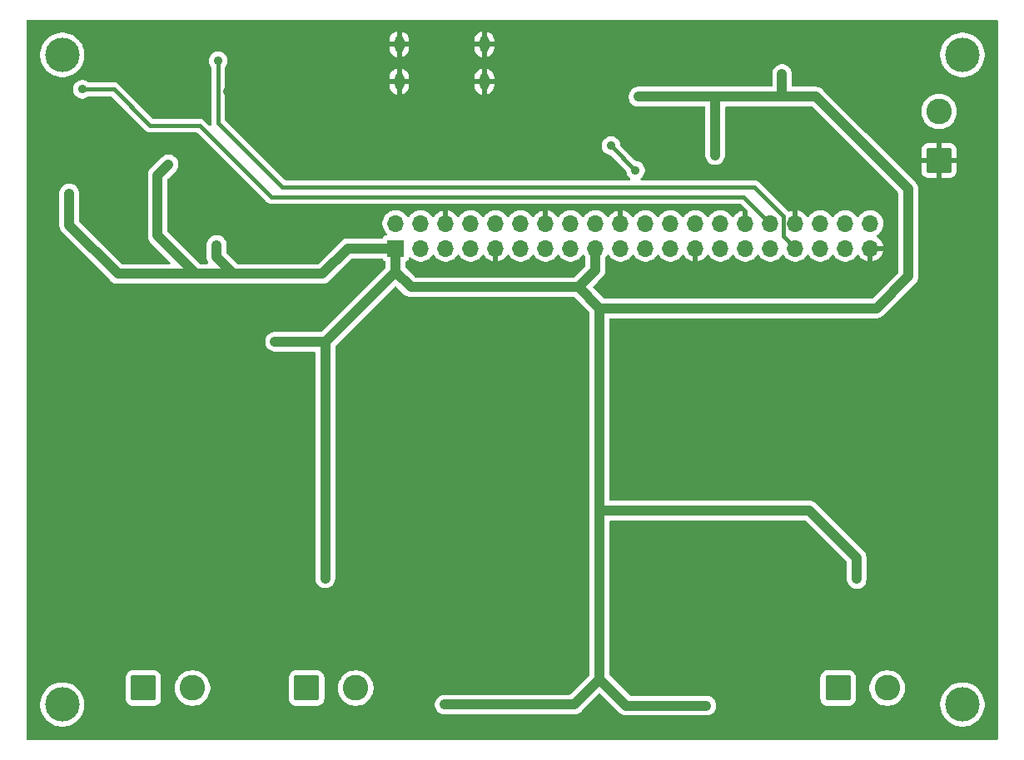
<source format=gbr>
%TF.GenerationSoftware,KiCad,Pcbnew,9.0.0*%
%TF.CreationDate,2025-03-09T23:13:35+01:00*%
%TF.ProjectId,hotline,686f746c-696e-4652-9e6b-696361645f70,rev?*%
%TF.SameCoordinates,Original*%
%TF.FileFunction,Copper,L4,Bot*%
%TF.FilePolarity,Positive*%
%FSLAX46Y46*%
G04 Gerber Fmt 4.6, Leading zero omitted, Abs format (unit mm)*
G04 Created by KiCad (PCBNEW 9.0.0) date 2025-03-09 23:13:35*
%MOMM*%
%LPD*%
G01*
G04 APERTURE LIST*
G04 Aperture macros list*
%AMRoundRect*
0 Rectangle with rounded corners*
0 $1 Rounding radius*
0 $2 $3 $4 $5 $6 $7 $8 $9 X,Y pos of 4 corners*
0 Add a 4 corners polygon primitive as box body*
4,1,4,$2,$3,$4,$5,$6,$7,$8,$9,$2,$3,0*
0 Add four circle primitives for the rounded corners*
1,1,$1+$1,$2,$3*
1,1,$1+$1,$4,$5*
1,1,$1+$1,$6,$7*
1,1,$1+$1,$8,$9*
0 Add four rect primitives between the rounded corners*
20,1,$1+$1,$2,$3,$4,$5,0*
20,1,$1+$1,$4,$5,$6,$7,0*
20,1,$1+$1,$6,$7,$8,$9,0*
20,1,$1+$1,$8,$9,$2,$3,0*%
G04 Aperture macros list end*
%TA.AperFunction,ComponentPad*%
%ADD10C,3.500000*%
%TD*%
%TA.AperFunction,HeatsinkPad*%
%ADD11O,1.000000X1.700000*%
%TD*%
%TA.AperFunction,ComponentPad*%
%ADD12RoundRect,0.250000X-1.050000X-1.050000X1.050000X-1.050000X1.050000X1.050000X-1.050000X1.050000X0*%
%TD*%
%TA.AperFunction,ComponentPad*%
%ADD13C,2.600000*%
%TD*%
%TA.AperFunction,ComponentPad*%
%ADD14R,1.700000X1.700000*%
%TD*%
%TA.AperFunction,ComponentPad*%
%ADD15O,1.700000X1.700000*%
%TD*%
%TA.AperFunction,ComponentPad*%
%ADD16RoundRect,0.250000X1.050000X-1.050000X1.050000X1.050000X-1.050000X1.050000X-1.050000X-1.050000X0*%
%TD*%
%TA.AperFunction,ViaPad*%
%ADD17C,0.900000*%
%TD*%
%TA.AperFunction,Conductor*%
%ADD18C,1.000000*%
%TD*%
%TA.AperFunction,Conductor*%
%ADD19C,0.400000*%
%TD*%
G04 APERTURE END LIST*
D10*
%TO.P,H4,1*%
%TO.N,N/C*%
X185800000Y-135800000D03*
%TD*%
D11*
%TO.P,J1,S1,SHIELD*%
%TO.N,GND*%
X137170000Y-72360000D03*
X137170000Y-68560000D03*
X128530000Y-72360000D03*
X128530000Y-68560000D03*
%TD*%
D12*
%TO.P,SW1,1,1*%
%TO.N,/BUTTON_L*%
X119100000Y-134117500D03*
D13*
%TO.P,SW1,2,2*%
%TO.N,Net-(R4-Pad1)*%
X124100000Y-134117500D03*
%TD*%
D12*
%TO.P,SW2,1,1*%
%TO.N,/BUTTON_R*%
X173150000Y-134117500D03*
D13*
%TO.P,SW2,2,2*%
%TO.N,Net-(R8-Pad1)*%
X178150000Y-134117500D03*
%TD*%
D10*
%TO.P,H3,1*%
%TO.N,N/C*%
X94250000Y-135800000D03*
%TD*%
%TO.P,H2,1*%
%TO.N,N/C*%
X94250000Y-69650000D03*
%TD*%
D14*
%TO.P,J2,1,3V3*%
%TO.N,+3V3*%
X128160000Y-89350000D03*
D15*
%TO.P,J2,2,5V*%
%TO.N,+5V*%
X128160000Y-86810000D03*
%TO.P,J2,3,SDA/GPIO2*%
%TO.N,/BUTTON_L*%
X130700000Y-89350000D03*
%TO.P,J2,4,5V*%
%TO.N,+5V*%
X130700000Y-86810000D03*
%TO.P,J2,5,SCL/GPIO3*%
%TO.N,/LF*%
X133240000Y-89350000D03*
%TO.P,J2,6,GND*%
%TO.N,GND*%
X133240000Y-86810000D03*
%TO.P,J2,7,GCLK0/GPIO4*%
%TO.N,/MIC_MCLK*%
X135780000Y-89350000D03*
%TO.P,J2,8,GPIO14/TXD*%
%TO.N,/LG*%
X135780000Y-86810000D03*
%TO.P,J2,9,GND*%
%TO.N,GND*%
X138320000Y-89350000D03*
%TO.P,J2,10,GPIO15/RXD*%
%TO.N,/LE*%
X138320000Y-86810000D03*
%TO.P,J2,11,GPIO17*%
%TO.N,/LD*%
X140860000Y-89350000D03*
%TO.P,J2,12,GPIO18/CLK*%
%TO.N,/MIC_BCLK*%
X140860000Y-86810000D03*
%TO.P,J2,13,GPIO27*%
%TO.N,/LDP*%
X143400000Y-89350000D03*
%TO.P,J2,14,GND*%
%TO.N,GND*%
X143400000Y-86810000D03*
%TO.P,J2,15,GPIO22*%
%TO.N,/LB*%
X145940000Y-89350000D03*
%TO.P,J2,16,GPIO23*%
%TO.N,/LC*%
X145940000Y-86810000D03*
%TO.P,J2,17,3V3*%
%TO.N,+3V3*%
X148480000Y-89350000D03*
%TO.P,J2,18,GPIO24*%
%TO.N,/LA*%
X148480000Y-86810000D03*
%TO.P,J2,19,MOSI0/GPIO10*%
%TO.N,/RG*%
X151020000Y-89350000D03*
%TO.P,J2,20,GND*%
%TO.N,GND*%
X151020000Y-86810000D03*
%TO.P,J2,21,MISO0/GPIO9*%
%TO.N,/RE*%
X153560000Y-89350000D03*
%TO.P,J2,22,GPIO25*%
%TO.N,/RF*%
X153560000Y-86810000D03*
%TO.P,J2,23,SCLK0/GPIO11*%
%TO.N,unconnected-(J2-SCLK0{slash}GPIO11-Pad23)*%
X156100000Y-89350000D03*
%TO.P,J2,24,~{CE0}/GPIO8*%
%TO.N,/RD*%
X156100000Y-86810000D03*
%TO.P,J2,25,GND*%
%TO.N,GND*%
X158640000Y-89350000D03*
%TO.P,J2,26,~{CE1}/GPIO7*%
%TO.N,/RDP*%
X158640000Y-86810000D03*
%TO.P,J2,27,ID_SD/GPIO0*%
%TO.N,unconnected-(J2-ID_SD{slash}GPIO0-Pad27)*%
X161180000Y-89350000D03*
%TO.P,J2,28,ID_SC/GPIO1*%
%TO.N,unconnected-(J2-ID_SC{slash}GPIO1-Pad28)*%
X161180000Y-86810000D03*
%TO.P,J2,29,GCLK1/GPIO5*%
%TO.N,/RC*%
X163720000Y-89350000D03*
%TO.P,J2,30,GND*%
%TO.N,GND*%
X163720000Y-86810000D03*
%TO.P,J2,31,GCLK2/GPIO6*%
%TO.N,/RB*%
X166260000Y-89350000D03*
%TO.P,J2,32,PWM0/GPIO12*%
%TO.N,/Audio Out/AUDIO_R*%
X166260000Y-86810000D03*
%TO.P,J2,33,PWM1/GPIO13*%
%TO.N,/Audio Out/AUDIO_L*%
X168800000Y-89350000D03*
%TO.P,J2,34,GND*%
%TO.N,GND*%
X168800000Y-86810000D03*
%TO.P,J2,35,GPIO19/FS*%
%TO.N,/MIC_LRCLK*%
X171340000Y-89350000D03*
%TO.P,J2,36,GPIO16*%
%TO.N,/RA*%
X171340000Y-86810000D03*
%TO.P,J2,37,GPIO26*%
%TO.N,/BUTTON_R*%
X173880000Y-89350000D03*
%TO.P,J2,38,GPIO20/DIN*%
%TO.N,/MIC_DOUT*%
X173880000Y-86810000D03*
%TO.P,J2,39,GND*%
%TO.N,GND*%
X176420000Y-89350000D03*
%TO.P,J2,40,GPIO21/DOUT*%
%TO.N,unconnected-(J2-GPIO21{slash}DOUT-Pad40)*%
X176420000Y-86810000D03*
%TD*%
D10*
%TO.P,H1,1*%
%TO.N,N/C*%
X185800000Y-69650000D03*
%TD*%
D12*
%TO.P,LS1,1,1*%
%TO.N,Net-(JP3-A)*%
X102500000Y-134117500D03*
D13*
%TO.P,LS1,2,2*%
%TO.N,Net-(JP4-B)*%
X107500000Y-134117500D03*
%TD*%
D16*
%TO.P,MK1,1,-*%
%TO.N,GND*%
X183417500Y-80400000D03*
D13*
%TO.P,MK1,2,+*%
%TO.N,Net-(MK1-+)*%
X183417500Y-75400000D03*
%TD*%
D17*
%TO.N,GND*%
X116500000Y-105500000D03*
X114400000Y-107100000D03*
X114450000Y-104000000D03*
X95000000Y-78650000D03*
X95000000Y-76750000D03*
X135600000Y-71050000D03*
X130100000Y-71100000D03*
X122250000Y-77300000D03*
X117150000Y-77300000D03*
X119700000Y-79000000D03*
X119700000Y-75550000D03*
X120350000Y-71350000D03*
X121950000Y-72900000D03*
X121950000Y-69800000D03*
X182350000Y-122150000D03*
X92500000Y-83500000D03*
X92550000Y-90650000D03*
X100300000Y-88650000D03*
X92700000Y-101700000D03*
X92700000Y-107600000D03*
X150350000Y-67350000D03*
X165800000Y-67850000D03*
X179500000Y-68150000D03*
X174400000Y-80900000D03*
X122600000Y-93650000D03*
X172300000Y-92700000D03*
X171950000Y-107400000D03*
X124050000Y-112850000D03*
X133250000Y-109200000D03*
X142650000Y-98450000D03*
X138050000Y-111600000D03*
X153650000Y-110950000D03*
X154100000Y-96900000D03*
X157750000Y-106450000D03*
X163000000Y-112600000D03*
X162500000Y-98200000D03*
X177400000Y-98800000D03*
X180000000Y-107550000D03*
X177750000Y-117100000D03*
X182850000Y-132850000D03*
X163200000Y-137800000D03*
X156250000Y-138000000D03*
X143500000Y-137900000D03*
X137050000Y-137900000D03*
X125200000Y-120200000D03*
X113650000Y-136650000D03*
X115800000Y-118750000D03*
X113350000Y-126800000D03*
X115050000Y-111850000D03*
X122900000Y-103050000D03*
X137850000Y-96700000D03*
X117900000Y-81100000D03*
X118400000Y-87950000D03*
X139600000Y-67800000D03*
X140000000Y-75050000D03*
X118400000Y-69200000D03*
X98900000Y-69800000D03*
X97800000Y-133200000D03*
X93500000Y-130200000D03*
X186800000Y-127400000D03*
X186900000Y-117400000D03*
X187000000Y-109600000D03*
X187000000Y-103050000D03*
X186900000Y-94850000D03*
X186800000Y-87900000D03*
%TO.N,+3V3*%
X152850000Y-73900000D03*
X167450000Y-71600000D03*
%TO.N,GND*%
X153050000Y-130050000D03*
X151150000Y-124500000D03*
X151150000Y-120200000D03*
X155700000Y-120112500D03*
X160600000Y-120175000D03*
X167200000Y-121200000D03*
X167200000Y-125500000D03*
X167200000Y-129750000D03*
%TO.N,+3V3*%
X175050000Y-123000000D03*
X121000000Y-122950000D03*
X94950000Y-83750000D03*
X105050000Y-80800000D03*
X109950000Y-89000000D03*
X115900000Y-98850000D03*
%TO.N,GND*%
X95100000Y-96750000D03*
X170000000Y-79850000D03*
X122350000Y-126800000D03*
X179450000Y-124300000D03*
X137600000Y-79150000D03*
X108900000Y-69650000D03*
X146875000Y-121125000D03*
X108150000Y-96850000D03*
X176250000Y-126650000D03*
X106800000Y-82400000D03*
X144350000Y-75250000D03*
X105350000Y-117900000D03*
X143450000Y-77300000D03*
X106800000Y-86750000D03*
X114500000Y-88600000D03*
X146800000Y-125500000D03*
X106450000Y-98750000D03*
X144350000Y-73400000D03*
X134550000Y-79800000D03*
X149850000Y-70400000D03*
X99400000Y-84400000D03*
X111050000Y-73350000D03*
X158300000Y-71250000D03*
X99110000Y-101190000D03*
X132750000Y-129650000D03*
X109900000Y-99300000D03*
X129400000Y-79150000D03*
X140275000Y-120075000D03*
X125800000Y-124400000D03*
X130850000Y-120075000D03*
X170000000Y-77850000D03*
X135399571Y-120075000D03*
X108800000Y-120000000D03*
X170000000Y-75850000D03*
X146950000Y-129750000D03*
X172700000Y-72100000D03*
X151450000Y-74300000D03*
X107750000Y-107100000D03*
X109762500Y-117900000D03*
X132400000Y-125400000D03*
X143250000Y-71350000D03*
X112250000Y-74450000D03*
X148650000Y-76250000D03*
%TO.N,+3V3*%
X153550000Y-135850000D03*
X133150000Y-135800000D03*
X160650000Y-75800000D03*
X139400000Y-135800000D03*
X160650000Y-79850000D03*
X159750000Y-135900000D03*
X160650000Y-77850000D03*
%TO.N,/MIC_LRCLK*%
X150050000Y-78900000D03*
X152550000Y-81400000D03*
%TO.N,/Audio Out/AUDIO_L*%
X110100000Y-70250000D03*
%TO.N,/Audio Out/AUDIO_R*%
X96300000Y-73150000D03*
%TD*%
D18*
%TO.N,+3V3*%
X160650000Y-73900000D02*
X152850000Y-73900000D01*
X167450000Y-73900000D02*
X167450000Y-71600000D01*
X167450000Y-73900000D02*
X160650000Y-73900000D01*
X160650000Y-73900000D02*
X160650000Y-79850000D01*
X170900000Y-73900000D02*
X167450000Y-73900000D01*
X177050000Y-95450000D02*
X180300000Y-92200000D01*
X148900000Y-95450000D02*
X177050000Y-95450000D01*
X180300000Y-92200000D02*
X180300000Y-83300000D01*
X180300000Y-83300000D02*
X170900000Y-73900000D01*
X148900000Y-95450000D02*
X148900000Y-116050000D01*
X175050000Y-123000000D02*
X175050000Y-120850000D01*
X175050000Y-120850000D02*
X170250000Y-116050000D01*
X170250000Y-116050000D02*
X148900000Y-116050000D01*
X148900000Y-133200000D02*
X146300000Y-135800000D01*
X146300000Y-135800000D02*
X133150000Y-135800000D01*
X148900000Y-131500000D02*
X148900000Y-133200000D01*
X148900000Y-133200000D02*
X151600000Y-135900000D01*
X151600000Y-135900000D02*
X159750000Y-135900000D01*
X148900000Y-116050000D02*
X148900000Y-131500000D01*
X146750000Y-93300000D02*
X148900000Y-95450000D01*
X121000000Y-122950000D02*
X121000000Y-98900000D01*
X121000000Y-98900000D02*
X121050000Y-98850000D01*
X148480000Y-89350000D02*
X148480000Y-91570000D01*
X148480000Y-91570000D02*
X146750000Y-93300000D01*
X146750000Y-93300000D02*
X129720000Y-93300000D01*
X129720000Y-93300000D02*
X128160000Y-91740000D01*
X94950000Y-83750000D02*
X94950000Y-87000000D01*
X94950000Y-87000000D02*
X99900000Y-91950000D01*
X99900000Y-91950000D02*
X107850000Y-91950000D01*
X105050000Y-80800000D02*
X103950000Y-81900000D01*
X103950000Y-81900000D02*
X103950000Y-88050000D01*
X103950000Y-88050000D02*
X107850000Y-91950000D01*
X107850000Y-91950000D02*
X111650000Y-91950000D01*
X109950000Y-89000000D02*
X109950000Y-90250000D01*
X111650000Y-91950000D02*
X120700000Y-91950000D01*
X109950000Y-90250000D02*
X111650000Y-91950000D01*
X120700000Y-91950000D02*
X123300000Y-89350000D01*
X123300000Y-89350000D02*
X128160000Y-89350000D01*
X121050000Y-98850000D02*
X128160000Y-91740000D01*
X128160000Y-91740000D02*
X128160000Y-89350000D01*
X115900000Y-98850000D02*
X121050000Y-98850000D01*
D19*
%TO.N,/MIC_LRCLK*%
X150050000Y-78900000D02*
X152550000Y-81400000D01*
%TO.N,/Audio Out/AUDIO_L*%
X167549000Y-86046977D02*
X164602023Y-83100000D01*
X167549000Y-88099000D02*
X167549000Y-86046977D01*
X168800000Y-89350000D02*
X167549000Y-88099000D01*
X164602023Y-83100000D02*
X116650000Y-83100000D01*
X116650000Y-83100000D02*
X110100000Y-76550000D01*
X110100000Y-76550000D02*
X110100000Y-70250000D01*
%TO.N,/Audio Out/AUDIO_R*%
X108250000Y-76850000D02*
X103200000Y-76850000D01*
X99500000Y-73150000D02*
X96300000Y-73150000D01*
X163550000Y-84100000D02*
X115500000Y-84100000D01*
X103200000Y-76850000D02*
X99500000Y-73150000D01*
X166260000Y-86810000D02*
X163550000Y-84100000D01*
X115500000Y-84100000D02*
X108250000Y-76850000D01*
%TD*%
%TA.AperFunction,Conductor*%
%TO.N,GND*%
G36*
X138570000Y-90677230D02*
G01*
X138636126Y-90666757D01*
X138636129Y-90666757D01*
X138838217Y-90601095D01*
X139027557Y-90504620D01*
X139199459Y-90379727D01*
X139199464Y-90379723D01*
X139349723Y-90229464D01*
X139349727Y-90229459D01*
X139474620Y-90057558D01*
X139479232Y-90048507D01*
X139527205Y-89997709D01*
X139595025Y-89980912D01*
X139661161Y-90003447D01*
X139700204Y-90048504D01*
X139704949Y-90057817D01*
X139829890Y-90229786D01*
X139980213Y-90380109D01*
X140152179Y-90505048D01*
X140152181Y-90505049D01*
X140152184Y-90505051D01*
X140341588Y-90601557D01*
X140543757Y-90667246D01*
X140753713Y-90700500D01*
X140753714Y-90700500D01*
X140966286Y-90700500D01*
X140966287Y-90700500D01*
X141176243Y-90667246D01*
X141378412Y-90601557D01*
X141567816Y-90505051D01*
X141654138Y-90442335D01*
X141739786Y-90380109D01*
X141739788Y-90380106D01*
X141739792Y-90380104D01*
X141890104Y-90229792D01*
X141890106Y-90229788D01*
X141890109Y-90229786D01*
X142015048Y-90057820D01*
X142015047Y-90057820D01*
X142015051Y-90057816D01*
X142019514Y-90049054D01*
X142067488Y-89998259D01*
X142135308Y-89981463D01*
X142201444Y-90003999D01*
X142240486Y-90049056D01*
X142244951Y-90057820D01*
X142369890Y-90229786D01*
X142520213Y-90380109D01*
X142692179Y-90505048D01*
X142692181Y-90505049D01*
X142692184Y-90505051D01*
X142881588Y-90601557D01*
X143083757Y-90667246D01*
X143293713Y-90700500D01*
X143293714Y-90700500D01*
X143506286Y-90700500D01*
X143506287Y-90700500D01*
X143716243Y-90667246D01*
X143918412Y-90601557D01*
X144107816Y-90505051D01*
X144194138Y-90442335D01*
X144279786Y-90380109D01*
X144279788Y-90380106D01*
X144279792Y-90380104D01*
X144430104Y-90229792D01*
X144430106Y-90229788D01*
X144430109Y-90229786D01*
X144555048Y-90057820D01*
X144555047Y-90057820D01*
X144555051Y-90057816D01*
X144559514Y-90049054D01*
X144607488Y-89998259D01*
X144675308Y-89981463D01*
X144741444Y-90003999D01*
X144780486Y-90049056D01*
X144784951Y-90057820D01*
X144909890Y-90229786D01*
X145060213Y-90380109D01*
X145232179Y-90505048D01*
X145232181Y-90505049D01*
X145232184Y-90505051D01*
X145421588Y-90601557D01*
X145623757Y-90667246D01*
X145833713Y-90700500D01*
X145833714Y-90700500D01*
X146046286Y-90700500D01*
X146046287Y-90700500D01*
X146256243Y-90667246D01*
X146458412Y-90601557D01*
X146647816Y-90505051D01*
X146734138Y-90442335D01*
X146819786Y-90380109D01*
X146819788Y-90380106D01*
X146819792Y-90380104D01*
X146970104Y-90229792D01*
X146970106Y-90229788D01*
X146970109Y-90229786D01*
X147095048Y-90057820D01*
X147095047Y-90057820D01*
X147095051Y-90057816D01*
X147099514Y-90049054D01*
X147147488Y-89998259D01*
X147215308Y-89981463D01*
X147281444Y-90003999D01*
X147320486Y-90049056D01*
X147324951Y-90057820D01*
X147452759Y-90233734D01*
X147451888Y-90234366D01*
X147478357Y-90293401D01*
X147479500Y-90310199D01*
X147479500Y-91104217D01*
X147459815Y-91171256D01*
X147443181Y-91191898D01*
X146371899Y-92263181D01*
X146310576Y-92296666D01*
X146284218Y-92299500D01*
X130185782Y-92299500D01*
X130118743Y-92279815D01*
X130098101Y-92263181D01*
X129196819Y-91361899D01*
X129163334Y-91300576D01*
X129160500Y-91274218D01*
X129160500Y-90764141D01*
X129180185Y-90697102D01*
X129232989Y-90651347D01*
X129241149Y-90647966D01*
X129252331Y-90643796D01*
X129367546Y-90557546D01*
X129453796Y-90442331D01*
X129502810Y-90310916D01*
X129544681Y-90254984D01*
X129610145Y-90230566D01*
X129678418Y-90245417D01*
X129706673Y-90266569D01*
X129820213Y-90380109D01*
X129992179Y-90505048D01*
X129992181Y-90505049D01*
X129992184Y-90505051D01*
X130181588Y-90601557D01*
X130383757Y-90667246D01*
X130593713Y-90700500D01*
X130593714Y-90700500D01*
X130806286Y-90700500D01*
X130806287Y-90700500D01*
X131016243Y-90667246D01*
X131218412Y-90601557D01*
X131407816Y-90505051D01*
X131494138Y-90442335D01*
X131579786Y-90380109D01*
X131579788Y-90380106D01*
X131579792Y-90380104D01*
X131730104Y-90229792D01*
X131730106Y-90229788D01*
X131730109Y-90229786D01*
X131855048Y-90057820D01*
X131855047Y-90057820D01*
X131855051Y-90057816D01*
X131859514Y-90049054D01*
X131907488Y-89998259D01*
X131975308Y-89981463D01*
X132041444Y-90003999D01*
X132080486Y-90049056D01*
X132084951Y-90057820D01*
X132209890Y-90229786D01*
X132360213Y-90380109D01*
X132532179Y-90505048D01*
X132532181Y-90505049D01*
X132532184Y-90505051D01*
X132721588Y-90601557D01*
X132923757Y-90667246D01*
X133133713Y-90700500D01*
X133133714Y-90700500D01*
X133346286Y-90700500D01*
X133346287Y-90700500D01*
X133556243Y-90667246D01*
X133758412Y-90601557D01*
X133947816Y-90505051D01*
X134034138Y-90442335D01*
X134119786Y-90380109D01*
X134119788Y-90380106D01*
X134119792Y-90380104D01*
X134270104Y-90229792D01*
X134270106Y-90229788D01*
X134270109Y-90229786D01*
X134395048Y-90057820D01*
X134395047Y-90057820D01*
X134395051Y-90057816D01*
X134399514Y-90049054D01*
X134447488Y-89998259D01*
X134515308Y-89981463D01*
X134581444Y-90003999D01*
X134620486Y-90049056D01*
X134624951Y-90057820D01*
X134749890Y-90229786D01*
X134900213Y-90380109D01*
X135072179Y-90505048D01*
X135072181Y-90505049D01*
X135072184Y-90505051D01*
X135261588Y-90601557D01*
X135463757Y-90667246D01*
X135673713Y-90700500D01*
X135673714Y-90700500D01*
X135886286Y-90700500D01*
X135886287Y-90700500D01*
X136096243Y-90667246D01*
X136298412Y-90601557D01*
X136487816Y-90505051D01*
X136574138Y-90442335D01*
X136659786Y-90380109D01*
X136659788Y-90380106D01*
X136659792Y-90380104D01*
X136810104Y-90229792D01*
X136810106Y-90229788D01*
X136810109Y-90229786D01*
X136935048Y-90057820D01*
X136935051Y-90057816D01*
X136939793Y-90048508D01*
X136987763Y-89997711D01*
X137055583Y-89980911D01*
X137121719Y-90003445D01*
X137160763Y-90048500D01*
X137165377Y-90057555D01*
X137290272Y-90229459D01*
X137290276Y-90229464D01*
X137440535Y-90379723D01*
X137440540Y-90379727D01*
X137612442Y-90504620D01*
X137801782Y-90601095D01*
X138003871Y-90666757D01*
X138070000Y-90677231D01*
X138070000Y-89783012D01*
X138127007Y-89815925D01*
X138254174Y-89850000D01*
X138385826Y-89850000D01*
X138512993Y-89815925D01*
X138570000Y-89783012D01*
X138570000Y-90677230D01*
G37*
%TD.AperFunction*%
%TA.AperFunction,Conductor*%
G36*
X189343039Y-66069685D02*
G01*
X189388794Y-66122489D01*
X189400000Y-66174000D01*
X189400000Y-139276000D01*
X189380315Y-139343039D01*
X189327511Y-139388794D01*
X189276000Y-139400000D01*
X90724000Y-139400000D01*
X90656961Y-139380315D01*
X90611206Y-139327511D01*
X90600000Y-139276000D01*
X90600000Y-135652486D01*
X91999500Y-135652486D01*
X91999500Y-135947513D01*
X92018501Y-136091835D01*
X92038007Y-136239993D01*
X92091004Y-136437781D01*
X92114361Y-136524951D01*
X92114364Y-136524961D01*
X92227254Y-136797500D01*
X92227258Y-136797510D01*
X92374761Y-137052993D01*
X92554352Y-137287040D01*
X92554358Y-137287047D01*
X92762952Y-137495641D01*
X92762959Y-137495647D01*
X92997006Y-137675238D01*
X93252489Y-137822741D01*
X93252490Y-137822741D01*
X93252493Y-137822743D01*
X93525048Y-137935639D01*
X93810007Y-138011993D01*
X94102494Y-138050500D01*
X94102501Y-138050500D01*
X94397499Y-138050500D01*
X94397506Y-138050500D01*
X94689993Y-138011993D01*
X94974952Y-137935639D01*
X95247507Y-137822743D01*
X95502994Y-137675238D01*
X95737042Y-137495646D01*
X95945646Y-137287042D01*
X96125238Y-137052994D01*
X96272743Y-136797507D01*
X96385639Y-136524952D01*
X96461993Y-136239993D01*
X96500500Y-135947506D01*
X96500500Y-135652494D01*
X96461993Y-135360007D01*
X96385639Y-135075048D01*
X96272743Y-134802493D01*
X96250046Y-134763181D01*
X96125238Y-134547006D01*
X95945647Y-134312959D01*
X95945641Y-134312952D01*
X95737047Y-134104358D01*
X95737040Y-134104352D01*
X95502993Y-133924761D01*
X95247510Y-133777258D01*
X95247500Y-133777254D01*
X94974961Y-133664364D01*
X94974954Y-133664362D01*
X94974952Y-133664361D01*
X94689993Y-133588007D01*
X94641113Y-133581571D01*
X94397513Y-133549500D01*
X94397506Y-133549500D01*
X94102494Y-133549500D01*
X94102486Y-133549500D01*
X93824085Y-133586153D01*
X93810007Y-133588007D01*
X93525048Y-133664361D01*
X93525038Y-133664364D01*
X93252499Y-133777254D01*
X93252489Y-133777258D01*
X92997006Y-133924761D01*
X92762959Y-134104352D01*
X92762952Y-134104358D01*
X92554358Y-134312952D01*
X92554352Y-134312959D01*
X92374761Y-134547006D01*
X92227258Y-134802489D01*
X92227254Y-134802499D01*
X92114364Y-135075038D01*
X92114361Y-135075048D01*
X92047095Y-135326092D01*
X92038008Y-135360004D01*
X92038006Y-135360015D01*
X91999500Y-135652486D01*
X90600000Y-135652486D01*
X90600000Y-133017483D01*
X100699500Y-133017483D01*
X100699500Y-135217501D01*
X100699501Y-135217518D01*
X100710000Y-135320296D01*
X100710001Y-135320299D01*
X100723162Y-135360015D01*
X100765186Y-135486834D01*
X100857288Y-135636156D01*
X100981344Y-135760212D01*
X101130666Y-135852314D01*
X101297203Y-135907499D01*
X101399991Y-135918000D01*
X103600008Y-135917999D01*
X103702797Y-135907499D01*
X103869334Y-135852314D01*
X104018656Y-135760212D01*
X104142712Y-135636156D01*
X104234814Y-135486834D01*
X104289999Y-135320297D01*
X104300500Y-135217509D01*
X104300499Y-133999495D01*
X105699500Y-133999495D01*
X105699500Y-134235504D01*
X105699501Y-134235520D01*
X105730306Y-134469510D01*
X105791394Y-134697493D01*
X105881714Y-134915545D01*
X105881719Y-134915556D01*
X105943674Y-135022863D01*
X105999727Y-135119950D01*
X105999729Y-135119953D01*
X105999730Y-135119954D01*
X106143406Y-135307197D01*
X106143412Y-135307204D01*
X106310295Y-135474087D01*
X106310302Y-135474093D01*
X106326909Y-135486836D01*
X106497550Y-135617773D01*
X106628918Y-135693618D01*
X106701943Y-135735780D01*
X106701948Y-135735782D01*
X106701951Y-135735784D01*
X106920007Y-135826106D01*
X107147986Y-135887193D01*
X107381989Y-135918000D01*
X107381996Y-135918000D01*
X107618004Y-135918000D01*
X107618011Y-135918000D01*
X107852014Y-135887193D01*
X108079993Y-135826106D01*
X108298049Y-135735784D01*
X108502450Y-135617773D01*
X108689699Y-135474092D01*
X108856592Y-135307199D01*
X109000273Y-135119950D01*
X109118284Y-134915549D01*
X109208606Y-134697493D01*
X109269693Y-134469514D01*
X109300500Y-134235511D01*
X109300500Y-133999489D01*
X109269693Y-133765486D01*
X109208606Y-133537507D01*
X109118284Y-133319451D01*
X109118282Y-133319448D01*
X109118280Y-133319443D01*
X109062510Y-133222848D01*
X109000273Y-133115050D01*
X108925414Y-133017492D01*
X108925407Y-133017483D01*
X117299500Y-133017483D01*
X117299500Y-135217501D01*
X117299501Y-135217518D01*
X117310000Y-135320296D01*
X117310001Y-135320299D01*
X117323162Y-135360015D01*
X117365186Y-135486834D01*
X117457288Y-135636156D01*
X117581344Y-135760212D01*
X117730666Y-135852314D01*
X117897203Y-135907499D01*
X117999991Y-135918000D01*
X120200008Y-135917999D01*
X120302797Y-135907499D01*
X120469334Y-135852314D01*
X120618656Y-135760212D01*
X120742712Y-135636156D01*
X120834814Y-135486834D01*
X120889999Y-135320297D01*
X120900500Y-135217509D01*
X120900499Y-133999495D01*
X122299500Y-133999495D01*
X122299500Y-134235504D01*
X122299501Y-134235520D01*
X122330306Y-134469510D01*
X122391394Y-134697493D01*
X122481714Y-134915545D01*
X122481719Y-134915556D01*
X122543674Y-135022863D01*
X122599727Y-135119950D01*
X122599729Y-135119953D01*
X122599730Y-135119954D01*
X122743406Y-135307197D01*
X122743412Y-135307204D01*
X122910295Y-135474087D01*
X122910302Y-135474093D01*
X122926909Y-135486836D01*
X123097550Y-135617773D01*
X123228918Y-135693618D01*
X123301943Y-135735780D01*
X123301948Y-135735782D01*
X123301951Y-135735784D01*
X123520007Y-135826106D01*
X123747986Y-135887193D01*
X123981989Y-135918000D01*
X123981996Y-135918000D01*
X124218004Y-135918000D01*
X124218011Y-135918000D01*
X124452014Y-135887193D01*
X124679993Y-135826106D01*
X124898049Y-135735784D01*
X125102450Y-135617773D01*
X125289699Y-135474092D01*
X125456592Y-135307199D01*
X125600273Y-135119950D01*
X125718284Y-134915549D01*
X125808606Y-134697493D01*
X125869693Y-134469514D01*
X125900500Y-134235511D01*
X125900500Y-133999489D01*
X125869693Y-133765486D01*
X125808606Y-133537507D01*
X125718284Y-133319451D01*
X125718282Y-133319448D01*
X125718280Y-133319443D01*
X125676118Y-133246418D01*
X125600273Y-133115050D01*
X125456592Y-132927801D01*
X125456587Y-132927795D01*
X125289704Y-132760912D01*
X125289697Y-132760906D01*
X125102454Y-132617230D01*
X125102453Y-132617229D01*
X125102450Y-132617227D01*
X125020957Y-132570177D01*
X124898056Y-132499219D01*
X124898045Y-132499214D01*
X124679993Y-132408894D01*
X124452010Y-132347806D01*
X124218020Y-132317001D01*
X124218017Y-132317000D01*
X124218011Y-132317000D01*
X123981989Y-132317000D01*
X123981983Y-132317000D01*
X123981979Y-132317001D01*
X123747989Y-132347806D01*
X123520006Y-132408894D01*
X123301954Y-132499214D01*
X123301943Y-132499219D01*
X123097545Y-132617230D01*
X122910302Y-132760906D01*
X122910295Y-132760912D01*
X122743412Y-132927795D01*
X122743406Y-132927802D01*
X122599730Y-133115045D01*
X122481719Y-133319443D01*
X122481714Y-133319454D01*
X122391394Y-133537506D01*
X122330306Y-133765489D01*
X122299501Y-133999479D01*
X122299500Y-133999495D01*
X120900499Y-133999495D01*
X120900499Y-133017492D01*
X120889999Y-132914703D01*
X120834814Y-132748166D01*
X120742712Y-132598844D01*
X120618656Y-132474788D01*
X120469334Y-132382686D01*
X120302797Y-132327501D01*
X120302795Y-132327500D01*
X120200010Y-132317000D01*
X117999998Y-132317000D01*
X117999981Y-132317001D01*
X117897203Y-132327500D01*
X117897200Y-132327501D01*
X117730668Y-132382685D01*
X117730663Y-132382687D01*
X117581342Y-132474789D01*
X117457289Y-132598842D01*
X117365187Y-132748163D01*
X117365185Y-132748168D01*
X117347594Y-132801256D01*
X117310001Y-132914703D01*
X117310001Y-132914704D01*
X117310000Y-132914704D01*
X117299500Y-133017483D01*
X108925407Y-133017483D01*
X108856593Y-132927802D01*
X108856587Y-132927795D01*
X108689704Y-132760912D01*
X108689697Y-132760906D01*
X108502454Y-132617230D01*
X108502453Y-132617229D01*
X108502450Y-132617227D01*
X108420957Y-132570177D01*
X108298056Y-132499219D01*
X108298045Y-132499214D01*
X108079993Y-132408894D01*
X107852010Y-132347806D01*
X107618020Y-132317001D01*
X107618017Y-132317000D01*
X107618011Y-132317000D01*
X107381989Y-132317000D01*
X107381983Y-132317000D01*
X107381979Y-132317001D01*
X107147989Y-132347806D01*
X106920006Y-132408894D01*
X106701954Y-132499214D01*
X106701943Y-132499219D01*
X106497545Y-132617230D01*
X106310302Y-132760906D01*
X106310295Y-132760912D01*
X106143412Y-132927795D01*
X106143406Y-132927802D01*
X105999730Y-133115045D01*
X105881719Y-133319443D01*
X105881714Y-133319454D01*
X105791394Y-133537506D01*
X105730306Y-133765489D01*
X105699501Y-133999479D01*
X105699500Y-133999495D01*
X104300499Y-133999495D01*
X104300499Y-133017492D01*
X104289999Y-132914703D01*
X104234814Y-132748166D01*
X104142712Y-132598844D01*
X104018656Y-132474788D01*
X103869334Y-132382686D01*
X103702797Y-132327501D01*
X103702795Y-132327500D01*
X103600010Y-132317000D01*
X101399998Y-132317000D01*
X101399981Y-132317001D01*
X101297203Y-132327500D01*
X101297200Y-132327501D01*
X101130668Y-132382685D01*
X101130663Y-132382687D01*
X100981342Y-132474789D01*
X100857289Y-132598842D01*
X100765187Y-132748163D01*
X100765185Y-132748168D01*
X100747594Y-132801256D01*
X100710001Y-132914703D01*
X100710001Y-132914704D01*
X100710000Y-132914704D01*
X100699500Y-133017483D01*
X90600000Y-133017483D01*
X90600000Y-83651456D01*
X93949500Y-83651456D01*
X93949500Y-87098544D01*
X93987947Y-87291833D01*
X93987949Y-87291837D01*
X94010038Y-87345164D01*
X94063366Y-87473911D01*
X94063371Y-87473920D01*
X94172860Y-87637781D01*
X94172863Y-87637785D01*
X94316537Y-87781459D01*
X94316559Y-87781479D01*
X99119735Y-92584655D01*
X99119764Y-92584686D01*
X99262214Y-92727136D01*
X99262218Y-92727139D01*
X99426079Y-92836628D01*
X99426092Y-92836635D01*
X99554833Y-92889961D01*
X99597744Y-92907735D01*
X99608164Y-92912051D01*
X99704812Y-92931275D01*
X99753135Y-92940887D01*
X99801458Y-92950500D01*
X99801459Y-92950500D01*
X120798542Y-92950500D01*
X120829566Y-92944328D01*
X120895188Y-92931275D01*
X120991836Y-92912051D01*
X121045165Y-92889961D01*
X121173914Y-92836632D01*
X121337782Y-92727139D01*
X121477139Y-92587782D01*
X121477139Y-92587780D01*
X121487347Y-92577573D01*
X121487348Y-92577570D01*
X123678102Y-90386819D01*
X123739425Y-90353334D01*
X123765783Y-90350500D01*
X126745859Y-90350500D01*
X126812898Y-90370185D01*
X126858653Y-90422989D01*
X126862030Y-90431140D01*
X126866204Y-90442331D01*
X126866205Y-90442332D01*
X126866206Y-90442335D01*
X126952452Y-90557544D01*
X126952455Y-90557547D01*
X127067665Y-90643794D01*
X127067667Y-90643794D01*
X127067669Y-90643796D01*
X127078830Y-90647958D01*
X127134764Y-90689826D01*
X127159184Y-90755289D01*
X127159500Y-90764141D01*
X127159500Y-91274217D01*
X127139815Y-91341256D01*
X127123181Y-91361898D01*
X120671899Y-97813181D01*
X120610576Y-97846666D01*
X120584218Y-97849500D01*
X115801457Y-97849500D01*
X115608170Y-97887947D01*
X115608160Y-97887950D01*
X115426092Y-97963364D01*
X115426079Y-97963371D01*
X115262218Y-98072860D01*
X115262214Y-98072863D01*
X115122863Y-98212214D01*
X115122860Y-98212218D01*
X115013371Y-98376079D01*
X115013364Y-98376092D01*
X114937950Y-98558160D01*
X114937947Y-98558170D01*
X114899500Y-98751456D01*
X114899500Y-98751459D01*
X114899500Y-98948541D01*
X114899500Y-98948543D01*
X114899499Y-98948543D01*
X114937947Y-99141829D01*
X114937950Y-99141839D01*
X115013364Y-99323907D01*
X115013371Y-99323920D01*
X115122860Y-99487781D01*
X115122863Y-99487785D01*
X115262214Y-99627136D01*
X115262218Y-99627139D01*
X115426079Y-99736628D01*
X115426092Y-99736635D01*
X115608160Y-99812049D01*
X115608165Y-99812051D01*
X115608169Y-99812051D01*
X115608170Y-99812052D01*
X115801456Y-99850500D01*
X115801459Y-99850500D01*
X119875500Y-99850500D01*
X119942539Y-99870185D01*
X119988294Y-99922989D01*
X119999500Y-99974500D01*
X119999500Y-123048541D01*
X119999500Y-123048543D01*
X119999499Y-123048543D01*
X120037947Y-123241829D01*
X120037950Y-123241839D01*
X120113364Y-123423907D01*
X120113371Y-123423920D01*
X120222860Y-123587781D01*
X120222863Y-123587785D01*
X120362214Y-123727136D01*
X120362218Y-123727139D01*
X120526079Y-123836628D01*
X120526092Y-123836635D01*
X120708160Y-123912049D01*
X120708165Y-123912051D01*
X120708169Y-123912051D01*
X120708170Y-123912052D01*
X120901456Y-123950500D01*
X120901459Y-123950500D01*
X121098543Y-123950500D01*
X121228582Y-123924632D01*
X121291835Y-123912051D01*
X121473914Y-123836632D01*
X121637782Y-123727139D01*
X121777139Y-123587782D01*
X121886632Y-123423914D01*
X121962051Y-123241835D01*
X121990554Y-123098543D01*
X122000500Y-123048543D01*
X122000500Y-99365782D01*
X122020185Y-99298743D01*
X122036819Y-99278101D01*
X128072319Y-93242601D01*
X128133642Y-93209116D01*
X128203334Y-93214100D01*
X128247681Y-93242601D01*
X128939735Y-93934655D01*
X128939764Y-93934686D01*
X129082214Y-94077136D01*
X129082218Y-94077139D01*
X129246079Y-94186628D01*
X129246092Y-94186635D01*
X129374833Y-94239961D01*
X129417744Y-94257735D01*
X129428164Y-94262051D01*
X129524812Y-94281275D01*
X129573135Y-94290887D01*
X129621458Y-94300500D01*
X129621459Y-94300500D01*
X129621460Y-94300500D01*
X129818540Y-94300500D01*
X146284218Y-94300500D01*
X146351257Y-94320185D01*
X146371899Y-94336819D01*
X147863181Y-95828101D01*
X147896666Y-95889424D01*
X147899500Y-95915782D01*
X147899500Y-132734217D01*
X147879815Y-132801256D01*
X147863181Y-132821898D01*
X145921899Y-134763181D01*
X145860576Y-134796666D01*
X145834218Y-134799500D01*
X133051457Y-134799500D01*
X132858170Y-134837947D01*
X132858160Y-134837950D01*
X132676092Y-134913364D01*
X132676079Y-134913371D01*
X132512218Y-135022860D01*
X132512214Y-135022863D01*
X132372863Y-135162214D01*
X132372860Y-135162218D01*
X132263371Y-135326079D01*
X132263364Y-135326092D01*
X132187950Y-135508160D01*
X132187947Y-135508170D01*
X132149500Y-135701456D01*
X132149500Y-135701459D01*
X132149500Y-135898541D01*
X132149500Y-135898543D01*
X132149499Y-135898543D01*
X132187947Y-136091829D01*
X132187950Y-136091839D01*
X132263364Y-136273907D01*
X132263371Y-136273920D01*
X132372860Y-136437781D01*
X132372863Y-136437785D01*
X132512214Y-136577136D01*
X132512218Y-136577139D01*
X132676079Y-136686628D01*
X132676092Y-136686635D01*
X132858160Y-136762049D01*
X132858165Y-136762051D01*
X132858169Y-136762051D01*
X132858170Y-136762052D01*
X133051456Y-136800500D01*
X133051459Y-136800500D01*
X146398543Y-136800500D01*
X146468254Y-136786633D01*
X146582173Y-136763973D01*
X146591836Y-136762051D01*
X146645165Y-136739961D01*
X146773914Y-136686632D01*
X146937782Y-136577139D01*
X147077139Y-136437782D01*
X147077139Y-136437780D01*
X147087347Y-136427573D01*
X147087348Y-136427570D01*
X148812320Y-134702599D01*
X148873641Y-134669116D01*
X148943333Y-134674100D01*
X148987680Y-134702601D01*
X150962215Y-136677137D01*
X150962219Y-136677140D01*
X151126079Y-136786628D01*
X151126088Y-136786633D01*
X151152340Y-136797507D01*
X151308165Y-136862052D01*
X151501455Y-136900500D01*
X151501458Y-136900501D01*
X151501460Y-136900501D01*
X151704655Y-136900501D01*
X151704675Y-136900500D01*
X159848543Y-136900500D01*
X159978582Y-136874632D01*
X160041835Y-136862051D01*
X160223914Y-136786632D01*
X160387782Y-136677139D01*
X160527139Y-136537782D01*
X160636632Y-136373914D01*
X160712051Y-136191835D01*
X160731942Y-136091839D01*
X160750500Y-135998543D01*
X160750500Y-135801456D01*
X160712052Y-135608170D01*
X160712051Y-135608169D01*
X160712051Y-135608165D01*
X160670628Y-135508160D01*
X160636635Y-135426092D01*
X160636628Y-135426079D01*
X160527139Y-135262218D01*
X160527136Y-135262214D01*
X160387785Y-135122863D01*
X160387781Y-135122860D01*
X160223920Y-135013371D01*
X160223907Y-135013364D01*
X160041839Y-134937950D01*
X160041829Y-134937947D01*
X159848543Y-134899500D01*
X159848541Y-134899500D01*
X152065783Y-134899500D01*
X151998744Y-134879815D01*
X151978102Y-134863181D01*
X150132404Y-133017483D01*
X171349500Y-133017483D01*
X171349500Y-135217501D01*
X171349501Y-135217518D01*
X171360000Y-135320296D01*
X171360001Y-135320299D01*
X171373162Y-135360015D01*
X171415186Y-135486834D01*
X171507288Y-135636156D01*
X171631344Y-135760212D01*
X171780666Y-135852314D01*
X171947203Y-135907499D01*
X172049991Y-135918000D01*
X174250008Y-135917999D01*
X174352797Y-135907499D01*
X174519334Y-135852314D01*
X174668656Y-135760212D01*
X174792712Y-135636156D01*
X174884814Y-135486834D01*
X174939999Y-135320297D01*
X174950500Y-135217509D01*
X174950499Y-133999495D01*
X176349500Y-133999495D01*
X176349500Y-134235504D01*
X176349501Y-134235520D01*
X176380306Y-134469510D01*
X176441394Y-134697493D01*
X176531714Y-134915545D01*
X176531719Y-134915556D01*
X176593674Y-135022863D01*
X176649727Y-135119950D01*
X176649729Y-135119953D01*
X176649730Y-135119954D01*
X176793406Y-135307197D01*
X176793412Y-135307204D01*
X176960295Y-135474087D01*
X176960302Y-135474093D01*
X176976909Y-135486836D01*
X177147550Y-135617773D01*
X177278918Y-135693618D01*
X177351943Y-135735780D01*
X177351948Y-135735782D01*
X177351951Y-135735784D01*
X177570007Y-135826106D01*
X177797986Y-135887193D01*
X178031989Y-135918000D01*
X178031996Y-135918000D01*
X178268004Y-135918000D01*
X178268011Y-135918000D01*
X178502014Y-135887193D01*
X178729993Y-135826106D01*
X178948049Y-135735784D01*
X179092325Y-135652486D01*
X183549500Y-135652486D01*
X183549500Y-135947513D01*
X183568501Y-136091835D01*
X183588007Y-136239993D01*
X183641004Y-136437781D01*
X183664361Y-136524951D01*
X183664364Y-136524961D01*
X183777254Y-136797500D01*
X183777258Y-136797510D01*
X183924761Y-137052993D01*
X184104352Y-137287040D01*
X184104358Y-137287047D01*
X184312952Y-137495641D01*
X184312959Y-137495647D01*
X184547006Y-137675238D01*
X184802489Y-137822741D01*
X184802490Y-137822741D01*
X184802493Y-137822743D01*
X185075048Y-137935639D01*
X185360007Y-138011993D01*
X185652494Y-138050500D01*
X185652501Y-138050500D01*
X185947499Y-138050500D01*
X185947506Y-138050500D01*
X186239993Y-138011993D01*
X186524952Y-137935639D01*
X186797507Y-137822743D01*
X187052994Y-137675238D01*
X187287042Y-137495646D01*
X187495646Y-137287042D01*
X187675238Y-137052994D01*
X187822743Y-136797507D01*
X187935639Y-136524952D01*
X188011993Y-136239993D01*
X188050500Y-135947506D01*
X188050500Y-135652494D01*
X188011993Y-135360007D01*
X187935639Y-135075048D01*
X187822743Y-134802493D01*
X187800046Y-134763181D01*
X187675238Y-134547006D01*
X187495647Y-134312959D01*
X187495641Y-134312952D01*
X187287047Y-134104358D01*
X187287040Y-134104352D01*
X187052993Y-133924761D01*
X186797510Y-133777258D01*
X186797500Y-133777254D01*
X186524961Y-133664364D01*
X186524954Y-133664362D01*
X186524952Y-133664361D01*
X186239993Y-133588007D01*
X186191113Y-133581571D01*
X185947513Y-133549500D01*
X185947506Y-133549500D01*
X185652494Y-133549500D01*
X185652486Y-133549500D01*
X185374085Y-133586153D01*
X185360007Y-133588007D01*
X185075048Y-133664361D01*
X185075038Y-133664364D01*
X184802499Y-133777254D01*
X184802489Y-133777258D01*
X184547006Y-133924761D01*
X184312959Y-134104352D01*
X184312952Y-134104358D01*
X184104358Y-134312952D01*
X184104352Y-134312959D01*
X183924761Y-134547006D01*
X183777258Y-134802489D01*
X183777254Y-134802499D01*
X183664364Y-135075038D01*
X183664361Y-135075048D01*
X183597095Y-135326092D01*
X183588008Y-135360004D01*
X183588006Y-135360015D01*
X183549500Y-135652486D01*
X179092325Y-135652486D01*
X179152450Y-135617773D01*
X179339699Y-135474092D01*
X179506592Y-135307199D01*
X179650273Y-135119950D01*
X179768284Y-134915549D01*
X179858606Y-134697493D01*
X179919693Y-134469514D01*
X179950500Y-134235511D01*
X179950500Y-133999489D01*
X179919693Y-133765486D01*
X179858606Y-133537507D01*
X179768284Y-133319451D01*
X179768282Y-133319448D01*
X179768280Y-133319443D01*
X179726118Y-133246418D01*
X179650273Y-133115050D01*
X179506592Y-132927801D01*
X179506587Y-132927795D01*
X179339704Y-132760912D01*
X179339697Y-132760906D01*
X179152454Y-132617230D01*
X179152453Y-132617229D01*
X179152450Y-132617227D01*
X179070957Y-132570177D01*
X178948056Y-132499219D01*
X178948045Y-132499214D01*
X178729993Y-132408894D01*
X178502010Y-132347806D01*
X178268020Y-132317001D01*
X178268017Y-132317000D01*
X178268011Y-132317000D01*
X178031989Y-132317000D01*
X178031983Y-132317000D01*
X178031979Y-132317001D01*
X177797989Y-132347806D01*
X177570006Y-132408894D01*
X177351954Y-132499214D01*
X177351943Y-132499219D01*
X177147545Y-132617230D01*
X176960302Y-132760906D01*
X176960295Y-132760912D01*
X176793412Y-132927795D01*
X176793406Y-132927802D01*
X176649730Y-133115045D01*
X176531719Y-133319443D01*
X176531714Y-133319454D01*
X176441394Y-133537506D01*
X176380306Y-133765489D01*
X176349501Y-133999479D01*
X176349500Y-133999495D01*
X174950499Y-133999495D01*
X174950499Y-133017492D01*
X174939999Y-132914703D01*
X174884814Y-132748166D01*
X174792712Y-132598844D01*
X174668656Y-132474788D01*
X174519334Y-132382686D01*
X174352797Y-132327501D01*
X174352795Y-132327500D01*
X174250010Y-132317000D01*
X172049998Y-132317000D01*
X172049981Y-132317001D01*
X171947203Y-132327500D01*
X171947200Y-132327501D01*
X171780668Y-132382685D01*
X171780663Y-132382687D01*
X171631342Y-132474789D01*
X171507289Y-132598842D01*
X171415187Y-132748163D01*
X171415185Y-132748168D01*
X171397594Y-132801256D01*
X171360001Y-132914703D01*
X171360001Y-132914704D01*
X171360000Y-132914704D01*
X171349500Y-133017483D01*
X150132404Y-133017483D01*
X149936819Y-132821898D01*
X149903334Y-132760575D01*
X149900500Y-132734217D01*
X149900500Y-117174500D01*
X149920185Y-117107461D01*
X149972989Y-117061706D01*
X150024500Y-117050500D01*
X169784218Y-117050500D01*
X169851257Y-117070185D01*
X169871899Y-117086819D01*
X174013181Y-121228101D01*
X174046666Y-121289424D01*
X174049500Y-121315782D01*
X174049500Y-123098541D01*
X174049500Y-123098543D01*
X174049499Y-123098543D01*
X174087947Y-123291829D01*
X174087950Y-123291839D01*
X174163364Y-123473907D01*
X174163371Y-123473920D01*
X174272860Y-123637781D01*
X174272863Y-123637785D01*
X174412214Y-123777136D01*
X174412218Y-123777139D01*
X174576079Y-123886628D01*
X174576092Y-123886635D01*
X174730278Y-123950500D01*
X174758165Y-123962051D01*
X174758169Y-123962051D01*
X174758170Y-123962052D01*
X174951456Y-124000500D01*
X174951459Y-124000500D01*
X175148543Y-124000500D01*
X175278582Y-123974632D01*
X175341835Y-123962051D01*
X175523914Y-123886632D01*
X175687782Y-123777139D01*
X175827139Y-123637782D01*
X175936632Y-123473914D01*
X176012051Y-123291835D01*
X176050500Y-123098541D01*
X176050500Y-120751459D01*
X176050500Y-120751456D01*
X176012052Y-120558170D01*
X176012051Y-120558169D01*
X176012051Y-120558165D01*
X176012049Y-120558160D01*
X175936635Y-120376092D01*
X175936628Y-120376079D01*
X175827139Y-120212218D01*
X175827136Y-120212214D01*
X175684686Y-120069764D01*
X175684655Y-120069735D01*
X171031479Y-115416559D01*
X171031459Y-115416537D01*
X170887785Y-115272863D01*
X170887781Y-115272860D01*
X170723920Y-115163371D01*
X170723911Y-115163366D01*
X170651315Y-115133296D01*
X170595165Y-115110038D01*
X170541836Y-115087949D01*
X170541832Y-115087948D01*
X170541828Y-115087946D01*
X170445188Y-115068724D01*
X170348544Y-115049500D01*
X170348541Y-115049500D01*
X150024500Y-115049500D01*
X149957461Y-115029815D01*
X149911706Y-114977011D01*
X149900500Y-114925500D01*
X149900500Y-96574500D01*
X149920185Y-96507461D01*
X149972989Y-96461706D01*
X150024500Y-96450500D01*
X177148542Y-96450500D01*
X177179566Y-96444328D01*
X177245188Y-96431275D01*
X177341836Y-96412051D01*
X177395165Y-96389961D01*
X177523914Y-96336632D01*
X177687782Y-96227139D01*
X177827139Y-96087782D01*
X177827140Y-96087779D01*
X177834206Y-96080714D01*
X177834209Y-96080710D01*
X180937778Y-92977141D01*
X180937782Y-92977139D01*
X181077139Y-92837782D01*
X181186632Y-92673914D01*
X181262051Y-92491835D01*
X181269054Y-92456632D01*
X181300500Y-92298540D01*
X181300500Y-92101460D01*
X181300500Y-83201459D01*
X181300500Y-83201456D01*
X181282748Y-83112214D01*
X181266595Y-83031007D01*
X181262051Y-83008164D01*
X181215455Y-82895672D01*
X181186632Y-82826086D01*
X181077139Y-82662218D01*
X180937782Y-82522861D01*
X180937781Y-82522860D01*
X177714933Y-79300013D01*
X181617500Y-79300013D01*
X181617500Y-80150000D01*
X182817499Y-80150000D01*
X182792479Y-80210402D01*
X182767500Y-80335981D01*
X182767500Y-80464019D01*
X182792479Y-80589598D01*
X182817499Y-80650000D01*
X181617501Y-80650000D01*
X181617501Y-81499986D01*
X181627994Y-81602697D01*
X181683141Y-81769119D01*
X181683143Y-81769124D01*
X181775184Y-81918345D01*
X181899154Y-82042315D01*
X182048375Y-82134356D01*
X182048380Y-82134358D01*
X182214802Y-82189505D01*
X182214809Y-82189506D01*
X182317519Y-82199999D01*
X183167499Y-82199999D01*
X183167500Y-82199998D01*
X183167500Y-81000001D01*
X183227902Y-81025021D01*
X183353481Y-81050000D01*
X183481519Y-81050000D01*
X183607098Y-81025021D01*
X183667500Y-81000001D01*
X183667500Y-82199999D01*
X184517472Y-82199999D01*
X184517486Y-82199998D01*
X184620197Y-82189505D01*
X184786619Y-82134358D01*
X184786624Y-82134356D01*
X184935845Y-82042315D01*
X185059815Y-81918345D01*
X185151856Y-81769124D01*
X185151858Y-81769119D01*
X185207005Y-81602697D01*
X185207006Y-81602690D01*
X185217499Y-81499986D01*
X185217500Y-81499973D01*
X185217500Y-80650000D01*
X184017501Y-80650000D01*
X184042521Y-80589598D01*
X184067500Y-80464019D01*
X184067500Y-80335981D01*
X184042521Y-80210402D01*
X184017501Y-80150000D01*
X185217499Y-80150000D01*
X185217499Y-79300028D01*
X185217498Y-79300013D01*
X185207005Y-79197302D01*
X185151858Y-79030880D01*
X185151856Y-79030875D01*
X185059815Y-78881654D01*
X184935845Y-78757684D01*
X184786624Y-78665643D01*
X184786619Y-78665641D01*
X184620197Y-78610494D01*
X184620190Y-78610493D01*
X184517486Y-78600000D01*
X183667500Y-78600000D01*
X183667500Y-79799998D01*
X183607098Y-79774979D01*
X183481519Y-79750000D01*
X183353481Y-79750000D01*
X183227902Y-79774979D01*
X183167500Y-79799998D01*
X183167500Y-78600000D01*
X182317528Y-78600000D01*
X182317512Y-78600001D01*
X182214802Y-78610494D01*
X182048380Y-78665641D01*
X182048375Y-78665643D01*
X181899154Y-78757684D01*
X181775184Y-78881654D01*
X181683143Y-79030875D01*
X181683141Y-79030880D01*
X181627994Y-79197302D01*
X181627993Y-79197309D01*
X181617500Y-79300013D01*
X177714933Y-79300013D01*
X176001739Y-77586819D01*
X173780531Y-75365611D01*
X173696915Y-75281995D01*
X181617000Y-75281995D01*
X181617000Y-75518004D01*
X181617001Y-75518020D01*
X181647806Y-75752010D01*
X181708894Y-75979993D01*
X181799214Y-76198045D01*
X181799219Y-76198056D01*
X181861476Y-76305886D01*
X181917227Y-76402450D01*
X181917229Y-76402453D01*
X181917230Y-76402454D01*
X182060906Y-76589697D01*
X182060912Y-76589704D01*
X182227795Y-76756587D01*
X182227801Y-76756592D01*
X182415050Y-76900273D01*
X182546418Y-76976118D01*
X182619443Y-77018280D01*
X182619448Y-77018282D01*
X182619451Y-77018284D01*
X182837507Y-77108606D01*
X183065486Y-77169693D01*
X183299489Y-77200500D01*
X183299496Y-77200500D01*
X183535504Y-77200500D01*
X183535511Y-77200500D01*
X183769514Y-77169693D01*
X183997493Y-77108606D01*
X184215549Y-77018284D01*
X184419950Y-76900273D01*
X184607199Y-76756592D01*
X184774092Y-76589699D01*
X184917773Y-76402450D01*
X185035784Y-76198049D01*
X185126106Y-75979993D01*
X185187193Y-75752014D01*
X185218000Y-75518011D01*
X185218000Y-75281989D01*
X185187193Y-75047986D01*
X185126106Y-74820007D01*
X185035784Y-74601951D01*
X185035782Y-74601948D01*
X185035780Y-74601943D01*
X184993618Y-74528918D01*
X184917773Y-74397550D01*
X184774092Y-74210301D01*
X184774087Y-74210295D01*
X184607204Y-74043412D01*
X184607197Y-74043406D01*
X184419954Y-73899730D01*
X184419953Y-73899729D01*
X184419950Y-73899727D01*
X184334686Y-73850500D01*
X184215556Y-73781719D01*
X184215545Y-73781714D01*
X183997493Y-73691394D01*
X183769510Y-73630306D01*
X183535520Y-73599501D01*
X183535517Y-73599500D01*
X183535511Y-73599500D01*
X183299489Y-73599500D01*
X183299483Y-73599500D01*
X183299479Y-73599501D01*
X183065489Y-73630306D01*
X182837506Y-73691394D01*
X182619454Y-73781714D01*
X182619443Y-73781719D01*
X182415045Y-73899730D01*
X182227802Y-74043406D01*
X182227795Y-74043412D01*
X182060912Y-74210295D01*
X182060906Y-74210302D01*
X181917230Y-74397545D01*
X181799219Y-74601943D01*
X181799214Y-74601954D01*
X181708894Y-74820006D01*
X181647806Y-75047989D01*
X181617001Y-75281979D01*
X181617000Y-75281995D01*
X173696915Y-75281995D01*
X171684209Y-73269289D01*
X171684206Y-73269285D01*
X171684206Y-73269286D01*
X171677139Y-73262219D01*
X171677139Y-73262218D01*
X171537782Y-73122861D01*
X171537781Y-73122860D01*
X171537780Y-73122859D01*
X171373920Y-73013371D01*
X171373907Y-73013364D01*
X171227878Y-72952878D01*
X171227876Y-72952877D01*
X171219722Y-72949500D01*
X171191836Y-72937949D01*
X171095188Y-72918724D01*
X171091884Y-72918066D01*
X171091881Y-72918066D01*
X170998544Y-72899500D01*
X170998541Y-72899500D01*
X168574500Y-72899500D01*
X168507461Y-72879815D01*
X168461706Y-72827011D01*
X168450500Y-72775500D01*
X168450500Y-71501456D01*
X168412052Y-71308170D01*
X168412051Y-71308169D01*
X168412051Y-71308165D01*
X168381020Y-71233248D01*
X168336635Y-71126092D01*
X168336628Y-71126079D01*
X168227139Y-70962218D01*
X168227136Y-70962214D01*
X168087785Y-70822863D01*
X168087781Y-70822860D01*
X167923920Y-70713371D01*
X167923907Y-70713364D01*
X167741839Y-70637950D01*
X167741829Y-70637947D01*
X167548543Y-70599500D01*
X167548541Y-70599500D01*
X167351459Y-70599500D01*
X167351457Y-70599500D01*
X167158170Y-70637947D01*
X167158160Y-70637950D01*
X166976092Y-70713364D01*
X166976079Y-70713371D01*
X166812218Y-70822860D01*
X166812214Y-70822863D01*
X166672863Y-70962214D01*
X166672860Y-70962218D01*
X166563371Y-71126079D01*
X166563364Y-71126092D01*
X166487950Y-71308160D01*
X166487947Y-71308170D01*
X166449500Y-71501456D01*
X166449500Y-72775500D01*
X166429815Y-72842539D01*
X166377011Y-72888294D01*
X166325500Y-72899500D01*
X152751457Y-72899500D01*
X152558170Y-72937947D01*
X152558160Y-72937950D01*
X152376092Y-73013364D01*
X152376079Y-73013371D01*
X152212218Y-73122860D01*
X152212214Y-73122863D01*
X152072863Y-73262214D01*
X152072860Y-73262218D01*
X151963371Y-73426079D01*
X151963364Y-73426092D01*
X151887950Y-73608160D01*
X151887947Y-73608170D01*
X151849500Y-73801456D01*
X151849500Y-73801459D01*
X151849500Y-73998541D01*
X151849500Y-73998543D01*
X151849499Y-73998543D01*
X151887947Y-74191829D01*
X151887950Y-74191839D01*
X151963364Y-74373907D01*
X151963371Y-74373920D01*
X152072860Y-74537781D01*
X152072863Y-74537785D01*
X152212214Y-74677136D01*
X152212218Y-74677139D01*
X152376079Y-74786628D01*
X152376092Y-74786635D01*
X152558160Y-74862049D01*
X152558165Y-74862051D01*
X152558169Y-74862051D01*
X152558170Y-74862052D01*
X152751456Y-74900500D01*
X152751459Y-74900500D01*
X159525500Y-74900500D01*
X159592539Y-74920185D01*
X159638294Y-74972989D01*
X159649500Y-75024500D01*
X159649500Y-79948541D01*
X159649500Y-79948543D01*
X159649499Y-79948543D01*
X159687947Y-80141829D01*
X159687950Y-80141839D01*
X159763364Y-80323907D01*
X159763371Y-80323920D01*
X159872860Y-80487781D01*
X159872863Y-80487785D01*
X160012214Y-80627136D01*
X160012218Y-80627139D01*
X160176079Y-80736628D01*
X160176092Y-80736635D01*
X160358160Y-80812049D01*
X160358165Y-80812051D01*
X160358169Y-80812051D01*
X160358170Y-80812052D01*
X160551456Y-80850500D01*
X160551459Y-80850500D01*
X160748543Y-80850500D01*
X160878582Y-80824632D01*
X160941835Y-80812051D01*
X161123914Y-80736632D01*
X161287782Y-80627139D01*
X161427139Y-80487782D01*
X161536632Y-80323914D01*
X161612051Y-80141835D01*
X161650500Y-79948541D01*
X161650500Y-75024500D01*
X161670185Y-74957461D01*
X161722989Y-74911706D01*
X161774500Y-74900500D01*
X167351459Y-74900500D01*
X170434218Y-74900500D01*
X170501257Y-74920185D01*
X170521899Y-74936819D01*
X179263181Y-83678101D01*
X179296666Y-83739424D01*
X179299500Y-83765782D01*
X179299500Y-91734218D01*
X179279815Y-91801257D01*
X179263181Y-91821899D01*
X176671899Y-94413181D01*
X176610576Y-94446666D01*
X176584218Y-94449500D01*
X149365782Y-94449500D01*
X149298743Y-94429815D01*
X149278101Y-94413181D01*
X148252601Y-93387681D01*
X148219116Y-93326358D01*
X148224100Y-93256666D01*
X148252601Y-93212319D01*
X148737782Y-92727139D01*
X149257139Y-92207782D01*
X149328181Y-92101460D01*
X149366631Y-92043916D01*
X149366636Y-92043906D01*
X149442049Y-91861839D01*
X149442051Y-91861835D01*
X149469054Y-91726086D01*
X149480500Y-91668541D01*
X149480500Y-91471460D01*
X149480500Y-90310199D01*
X149500185Y-90243160D01*
X149509471Y-90230664D01*
X149635048Y-90057820D01*
X149635047Y-90057820D01*
X149635051Y-90057816D01*
X149639514Y-90049054D01*
X149687488Y-89998259D01*
X149755308Y-89981463D01*
X149821444Y-90003999D01*
X149860486Y-90049056D01*
X149864951Y-90057820D01*
X149989890Y-90229786D01*
X150140213Y-90380109D01*
X150312179Y-90505048D01*
X150312181Y-90505049D01*
X150312184Y-90505051D01*
X150501588Y-90601557D01*
X150703757Y-90667246D01*
X150913713Y-90700500D01*
X150913714Y-90700500D01*
X151126286Y-90700500D01*
X151126287Y-90700500D01*
X151336243Y-90667246D01*
X151538412Y-90601557D01*
X151727816Y-90505051D01*
X151814138Y-90442335D01*
X151899786Y-90380109D01*
X151899788Y-90380106D01*
X151899792Y-90380104D01*
X152050104Y-90229792D01*
X152050106Y-90229788D01*
X152050109Y-90229786D01*
X152175048Y-90057820D01*
X152175047Y-90057820D01*
X152175051Y-90057816D01*
X152179514Y-90049054D01*
X152227488Y-89998259D01*
X152295308Y-89981463D01*
X152361444Y-90003999D01*
X152400486Y-90049056D01*
X152404951Y-90057820D01*
X152529890Y-90229786D01*
X152680213Y-90380109D01*
X152852179Y-90505048D01*
X152852181Y-90505049D01*
X152852184Y-90505051D01*
X153041588Y-90601557D01*
X153243757Y-90667246D01*
X153453713Y-90700500D01*
X153453714Y-90700500D01*
X153666286Y-90700500D01*
X153666287Y-90700500D01*
X153876243Y-90667246D01*
X154078412Y-90601557D01*
X154267816Y-90505051D01*
X154354138Y-90442335D01*
X154439786Y-90380109D01*
X154439788Y-90380106D01*
X154439792Y-90380104D01*
X154590104Y-90229792D01*
X154590106Y-90229788D01*
X154590109Y-90229786D01*
X154715048Y-90057820D01*
X154715047Y-90057820D01*
X154715051Y-90057816D01*
X154719514Y-90049054D01*
X154767488Y-89998259D01*
X154835308Y-89981463D01*
X154901444Y-90003999D01*
X154940486Y-90049056D01*
X154944951Y-90057820D01*
X155069890Y-90229786D01*
X155220213Y-90380109D01*
X155392179Y-90505048D01*
X155392181Y-90505049D01*
X155392184Y-90505051D01*
X155581588Y-90601557D01*
X155783757Y-90667246D01*
X155993713Y-90700500D01*
X155993714Y-90700500D01*
X156206286Y-90700500D01*
X156206287Y-90700500D01*
X156416243Y-90667246D01*
X156618412Y-90601557D01*
X156807816Y-90505051D01*
X156894138Y-90442335D01*
X156979786Y-90380109D01*
X156979788Y-90380106D01*
X156979792Y-90380104D01*
X157130104Y-90229792D01*
X157130106Y-90229788D01*
X157130109Y-90229786D01*
X157255048Y-90057820D01*
X157255051Y-90057816D01*
X157259793Y-90048508D01*
X157307763Y-89997711D01*
X157375583Y-89980911D01*
X157441719Y-90003445D01*
X157480763Y-90048500D01*
X157485377Y-90057555D01*
X157610272Y-90229459D01*
X157610276Y-90229464D01*
X157760535Y-90379723D01*
X157760540Y-90379727D01*
X157932442Y-90504620D01*
X158121782Y-90601095D01*
X158323871Y-90666757D01*
X158390000Y-90677231D01*
X158390000Y-89783012D01*
X158447007Y-89815925D01*
X158574174Y-89850000D01*
X158705826Y-89850000D01*
X158832993Y-89815925D01*
X158890000Y-89783012D01*
X158890000Y-90677230D01*
X158956126Y-90666757D01*
X158956129Y-90666757D01*
X159158217Y-90601095D01*
X159347557Y-90504620D01*
X159519459Y-90379727D01*
X159519464Y-90379723D01*
X159669723Y-90229464D01*
X159669727Y-90229459D01*
X159794620Y-90057558D01*
X159799232Y-90048507D01*
X159847205Y-89997709D01*
X159915025Y-89980912D01*
X159981161Y-90003447D01*
X160020204Y-90048504D01*
X160024949Y-90057817D01*
X160149890Y-90229786D01*
X160300213Y-90380109D01*
X160472179Y-90505048D01*
X160472181Y-90505049D01*
X160472184Y-90505051D01*
X160661588Y-90601557D01*
X160863757Y-90667246D01*
X161073713Y-90700500D01*
X161073714Y-90700500D01*
X161286286Y-90700500D01*
X161286287Y-90700500D01*
X161496243Y-90667246D01*
X161698412Y-90601557D01*
X161887816Y-90505051D01*
X161974138Y-90442335D01*
X162059786Y-90380109D01*
X162059788Y-90380106D01*
X162059792Y-90380104D01*
X162210104Y-90229792D01*
X162210106Y-90229788D01*
X162210109Y-90229786D01*
X162335048Y-90057820D01*
X162335047Y-90057820D01*
X162335051Y-90057816D01*
X162339514Y-90049054D01*
X162387488Y-89998259D01*
X162455308Y-89981463D01*
X162521444Y-90003999D01*
X162560486Y-90049056D01*
X162564951Y-90057820D01*
X162689890Y-90229786D01*
X162840213Y-90380109D01*
X163012179Y-90505048D01*
X163012181Y-90505049D01*
X163012184Y-90505051D01*
X163201588Y-90601557D01*
X163403757Y-90667246D01*
X163613713Y-90700500D01*
X163613714Y-90700500D01*
X163826286Y-90700500D01*
X163826287Y-90700500D01*
X164036243Y-90667246D01*
X164238412Y-90601557D01*
X164427816Y-90505051D01*
X164514138Y-90442335D01*
X164599786Y-90380109D01*
X164599788Y-90380106D01*
X164599792Y-90380104D01*
X164750104Y-90229792D01*
X164750106Y-90229788D01*
X164750109Y-90229786D01*
X164875048Y-90057820D01*
X164875047Y-90057820D01*
X164875051Y-90057816D01*
X164879514Y-90049054D01*
X164927488Y-89998259D01*
X164995308Y-89981463D01*
X165061444Y-90003999D01*
X165100486Y-90049056D01*
X165104951Y-90057820D01*
X165229890Y-90229786D01*
X165380213Y-90380109D01*
X165552179Y-90505048D01*
X165552181Y-90505049D01*
X165552184Y-90505051D01*
X165741588Y-90601557D01*
X165943757Y-90667246D01*
X166153713Y-90700500D01*
X166153714Y-90700500D01*
X166366286Y-90700500D01*
X166366287Y-90700500D01*
X166576243Y-90667246D01*
X166778412Y-90601557D01*
X166967816Y-90505051D01*
X167054138Y-90442335D01*
X167139786Y-90380109D01*
X167139788Y-90380106D01*
X167139792Y-90380104D01*
X167290104Y-90229792D01*
X167290106Y-90229788D01*
X167290109Y-90229786D01*
X167415048Y-90057820D01*
X167415047Y-90057820D01*
X167415051Y-90057816D01*
X167419514Y-90049054D01*
X167467488Y-89998259D01*
X167535308Y-89981463D01*
X167601444Y-90003999D01*
X167640486Y-90049056D01*
X167644951Y-90057820D01*
X167769890Y-90229786D01*
X167920213Y-90380109D01*
X168092179Y-90505048D01*
X168092181Y-90505049D01*
X168092184Y-90505051D01*
X168281588Y-90601557D01*
X168483757Y-90667246D01*
X168693713Y-90700500D01*
X168693714Y-90700500D01*
X168906286Y-90700500D01*
X168906287Y-90700500D01*
X169116243Y-90667246D01*
X169318412Y-90601557D01*
X169507816Y-90505051D01*
X169594138Y-90442335D01*
X169679786Y-90380109D01*
X169679788Y-90380106D01*
X169679792Y-90380104D01*
X169830104Y-90229792D01*
X169830106Y-90229788D01*
X169830109Y-90229786D01*
X169955048Y-90057820D01*
X169955047Y-90057820D01*
X169955051Y-90057816D01*
X169959514Y-90049054D01*
X170007488Y-89998259D01*
X170075308Y-89981463D01*
X170141444Y-90003999D01*
X170180486Y-90049056D01*
X170184951Y-90057820D01*
X170309890Y-90229786D01*
X170460213Y-90380109D01*
X170632179Y-90505048D01*
X170632181Y-90505049D01*
X170632184Y-90505051D01*
X170821588Y-90601557D01*
X171023757Y-90667246D01*
X171233713Y-90700500D01*
X171233714Y-90700500D01*
X171446286Y-90700500D01*
X171446287Y-90700500D01*
X171656243Y-90667246D01*
X171858412Y-90601557D01*
X172047816Y-90505051D01*
X172134138Y-90442335D01*
X172219786Y-90380109D01*
X172219788Y-90380106D01*
X172219792Y-90380104D01*
X172370104Y-90229792D01*
X172370106Y-90229788D01*
X172370109Y-90229786D01*
X172495048Y-90057820D01*
X172495047Y-90057820D01*
X172495051Y-90057816D01*
X172499514Y-90049054D01*
X172547488Y-89998259D01*
X172615308Y-89981463D01*
X172681444Y-90003999D01*
X172720486Y-90049056D01*
X172724951Y-90057820D01*
X172849890Y-90229786D01*
X173000213Y-90380109D01*
X173172179Y-90505048D01*
X173172181Y-90505049D01*
X173172184Y-90505051D01*
X173361588Y-90601557D01*
X173563757Y-90667246D01*
X173773713Y-90700500D01*
X173773714Y-90700500D01*
X173986286Y-90700500D01*
X173986287Y-90700500D01*
X174196243Y-90667246D01*
X174398412Y-90601557D01*
X174587816Y-90505051D01*
X174674138Y-90442335D01*
X174759786Y-90380109D01*
X174759788Y-90380106D01*
X174759792Y-90380104D01*
X174910104Y-90229792D01*
X174910106Y-90229788D01*
X174910109Y-90229786D01*
X175035048Y-90057820D01*
X175035051Y-90057816D01*
X175039793Y-90048508D01*
X175087763Y-89997711D01*
X175155583Y-89980911D01*
X175221719Y-90003445D01*
X175260763Y-90048500D01*
X175265377Y-90057555D01*
X175390272Y-90229459D01*
X175390276Y-90229464D01*
X175540535Y-90379723D01*
X175540540Y-90379727D01*
X175712442Y-90504620D01*
X175901782Y-90601095D01*
X176103871Y-90666757D01*
X176170000Y-90677231D01*
X176170000Y-89783012D01*
X176227007Y-89815925D01*
X176354174Y-89850000D01*
X176485826Y-89850000D01*
X176612993Y-89815925D01*
X176670000Y-89783012D01*
X176670000Y-90677230D01*
X176736126Y-90666757D01*
X176736129Y-90666757D01*
X176938217Y-90601095D01*
X177127557Y-90504620D01*
X177299459Y-90379727D01*
X177299464Y-90379723D01*
X177449723Y-90229464D01*
X177449727Y-90229459D01*
X177574620Y-90057557D01*
X177671095Y-89868217D01*
X177736757Y-89666129D01*
X177736757Y-89666126D01*
X177747231Y-89600000D01*
X176853012Y-89600000D01*
X176885925Y-89542993D01*
X176920000Y-89415826D01*
X176920000Y-89284174D01*
X176885925Y-89157007D01*
X176853012Y-89100000D01*
X177747231Y-89100000D01*
X177736757Y-89033873D01*
X177736757Y-89033870D01*
X177671095Y-88831782D01*
X177574620Y-88642442D01*
X177449727Y-88470540D01*
X177449723Y-88470535D01*
X177299464Y-88320276D01*
X177299459Y-88320272D01*
X177127555Y-88195377D01*
X177118500Y-88190763D01*
X177067706Y-88142788D01*
X177050912Y-88074966D01*
X177073451Y-88008832D01*
X177118508Y-87969793D01*
X177127816Y-87965051D01*
X177217554Y-87899853D01*
X177299786Y-87840109D01*
X177299788Y-87840106D01*
X177299792Y-87840104D01*
X177450104Y-87689792D01*
X177450106Y-87689788D01*
X177450109Y-87689786D01*
X177575048Y-87517820D01*
X177575047Y-87517820D01*
X177575051Y-87517816D01*
X177671557Y-87328412D01*
X177737246Y-87126243D01*
X177770500Y-86916287D01*
X177770500Y-86703713D01*
X177737246Y-86493757D01*
X177671557Y-86291588D01*
X177575051Y-86102184D01*
X177575049Y-86102181D01*
X177575048Y-86102179D01*
X177450109Y-85930213D01*
X177299786Y-85779890D01*
X177127820Y-85654951D01*
X176938414Y-85558444D01*
X176938413Y-85558443D01*
X176938412Y-85558443D01*
X176736243Y-85492754D01*
X176736241Y-85492753D01*
X176736240Y-85492753D01*
X176574957Y-85467208D01*
X176526287Y-85459500D01*
X176313713Y-85459500D01*
X176265042Y-85467208D01*
X176103760Y-85492753D01*
X175901585Y-85558444D01*
X175712179Y-85654951D01*
X175540213Y-85779890D01*
X175389890Y-85930213D01*
X175264949Y-86102182D01*
X175260484Y-86110946D01*
X175212509Y-86161742D01*
X175144688Y-86178536D01*
X175078553Y-86155998D01*
X175039516Y-86110946D01*
X175035050Y-86102182D01*
X174910109Y-85930213D01*
X174759786Y-85779890D01*
X174587820Y-85654951D01*
X174398414Y-85558444D01*
X174398413Y-85558443D01*
X174398412Y-85558443D01*
X174196243Y-85492754D01*
X174196241Y-85492753D01*
X174196240Y-85492753D01*
X174034957Y-85467208D01*
X173986287Y-85459500D01*
X173773713Y-85459500D01*
X173725042Y-85467208D01*
X173563760Y-85492753D01*
X173361585Y-85558444D01*
X173172179Y-85654951D01*
X173000213Y-85779890D01*
X172849890Y-85930213D01*
X172724949Y-86102182D01*
X172720484Y-86110946D01*
X172672509Y-86161742D01*
X172604688Y-86178536D01*
X172538553Y-86155998D01*
X172499516Y-86110946D01*
X172495050Y-86102182D01*
X172370109Y-85930213D01*
X172219786Y-85779890D01*
X172047820Y-85654951D01*
X171858414Y-85558444D01*
X171858413Y-85558443D01*
X171858412Y-85558443D01*
X171656243Y-85492754D01*
X171656241Y-85492753D01*
X171656240Y-85492753D01*
X171494957Y-85467208D01*
X171446287Y-85459500D01*
X171233713Y-85459500D01*
X171185042Y-85467208D01*
X171023760Y-85492753D01*
X170821585Y-85558444D01*
X170632179Y-85654951D01*
X170460213Y-85779890D01*
X170309890Y-85930213D01*
X170184949Y-86102182D01*
X170180202Y-86111499D01*
X170132227Y-86162293D01*
X170064405Y-86179087D01*
X169998271Y-86156548D01*
X169959234Y-86111495D01*
X169954622Y-86102444D01*
X169829727Y-85930540D01*
X169829723Y-85930535D01*
X169679464Y-85780276D01*
X169679459Y-85780272D01*
X169507557Y-85655379D01*
X169318215Y-85558903D01*
X169116124Y-85493241D01*
X169050000Y-85482768D01*
X169050000Y-86376988D01*
X168992993Y-86344075D01*
X168865826Y-86310000D01*
X168734174Y-86310000D01*
X168607007Y-86344075D01*
X168550000Y-86376988D01*
X168550000Y-85482768D01*
X168549999Y-85482768D01*
X168483877Y-85493241D01*
X168281782Y-85558904D01*
X168281778Y-85558906D01*
X168209555Y-85595705D01*
X168140886Y-85608600D01*
X168076146Y-85582323D01*
X168065581Y-85572900D01*
X165048568Y-82555887D01*
X164933830Y-82479222D01*
X164806355Y-82426421D01*
X164806345Y-82426418D01*
X164671019Y-82399500D01*
X164671017Y-82399500D01*
X164671016Y-82399500D01*
X153173771Y-82399500D01*
X153106732Y-82379815D01*
X153060977Y-82327011D01*
X153051033Y-82257853D01*
X153080058Y-82194297D01*
X153104880Y-82172398D01*
X153155908Y-82138302D01*
X153288299Y-82005911D01*
X153288302Y-82005908D01*
X153392322Y-81850231D01*
X153463973Y-81677251D01*
X153500500Y-81493616D01*
X153500500Y-81306384D01*
X153463973Y-81122749D01*
X153392322Y-80949769D01*
X153392321Y-80949768D01*
X153392318Y-80949762D01*
X153288302Y-80794092D01*
X153288299Y-80794088D01*
X153155911Y-80661700D01*
X153155907Y-80661697D01*
X153000237Y-80557681D01*
X153000228Y-80557676D01*
X152827251Y-80486027D01*
X152827243Y-80486025D01*
X152643620Y-80449500D01*
X152643616Y-80449500D01*
X152641519Y-80449500D01*
X152640460Y-80449189D01*
X152637555Y-80448903D01*
X152637609Y-80448351D01*
X152574480Y-80429815D01*
X152553838Y-80413181D01*
X151036819Y-78896162D01*
X151003334Y-78834839D01*
X151000500Y-78808481D01*
X151000500Y-78806383D01*
X151000499Y-78806379D01*
X150972505Y-78665643D01*
X150963973Y-78622749D01*
X150892322Y-78449769D01*
X150892321Y-78449768D01*
X150892318Y-78449762D01*
X150788302Y-78294092D01*
X150788299Y-78294088D01*
X150655911Y-78161700D01*
X150655907Y-78161697D01*
X150500237Y-78057681D01*
X150500228Y-78057676D01*
X150327251Y-77986027D01*
X150327243Y-77986025D01*
X150143620Y-77949500D01*
X150143616Y-77949500D01*
X149956384Y-77949500D01*
X149956379Y-77949500D01*
X149772756Y-77986025D01*
X149772748Y-77986027D01*
X149599771Y-78057676D01*
X149599762Y-78057681D01*
X149444092Y-78161697D01*
X149444088Y-78161700D01*
X149311700Y-78294088D01*
X149311697Y-78294092D01*
X149207681Y-78449762D01*
X149207676Y-78449771D01*
X149136027Y-78622748D01*
X149136025Y-78622756D01*
X149099500Y-78806379D01*
X149099500Y-78993620D01*
X149136025Y-79177243D01*
X149136027Y-79177251D01*
X149207676Y-79350228D01*
X149207681Y-79350237D01*
X149311697Y-79505907D01*
X149311700Y-79505911D01*
X149444088Y-79638299D01*
X149444092Y-79638302D01*
X149599762Y-79742318D01*
X149599768Y-79742321D01*
X149599769Y-79742322D01*
X149772749Y-79813973D01*
X149956379Y-79850499D01*
X149956383Y-79850500D01*
X149956384Y-79850500D01*
X149958481Y-79850500D01*
X149959539Y-79850810D01*
X149962445Y-79851097D01*
X149962390Y-79851648D01*
X150025520Y-79870185D01*
X150046162Y-79886819D01*
X151563181Y-81403838D01*
X151596666Y-81465161D01*
X151599500Y-81491519D01*
X151599500Y-81493620D01*
X151636025Y-81677243D01*
X151636027Y-81677251D01*
X151707676Y-81850228D01*
X151707681Y-81850237D01*
X151811697Y-82005907D01*
X151811700Y-82005911D01*
X151944091Y-82138302D01*
X151995120Y-82172398D01*
X152039925Y-82226010D01*
X152048632Y-82295335D01*
X152018478Y-82358362D01*
X151959035Y-82395082D01*
X151926229Y-82399500D01*
X116991519Y-82399500D01*
X116924480Y-82379815D01*
X116903838Y-82363181D01*
X110836819Y-76296162D01*
X110803334Y-76234839D01*
X110800500Y-76208481D01*
X110800500Y-71911504D01*
X127530000Y-71911504D01*
X127530000Y-72110000D01*
X128280000Y-72110000D01*
X128280000Y-72610000D01*
X127530000Y-72610000D01*
X127530000Y-72808495D01*
X127568427Y-73001681D01*
X127568430Y-73001693D01*
X127643807Y-73183671D01*
X127643814Y-73183684D01*
X127753248Y-73347462D01*
X127753251Y-73347466D01*
X127892533Y-73486748D01*
X127892537Y-73486751D01*
X128056315Y-73596185D01*
X128056328Y-73596192D01*
X128238308Y-73671569D01*
X128280000Y-73679862D01*
X128280000Y-72759728D01*
X128318060Y-72851614D01*
X128388386Y-72921940D01*
X128480272Y-72960000D01*
X128579728Y-72960000D01*
X128671614Y-72921940D01*
X128741940Y-72851614D01*
X128780000Y-72759728D01*
X128780000Y-73679862D01*
X128821690Y-73671569D01*
X128821692Y-73671569D01*
X129003671Y-73596192D01*
X129003684Y-73596185D01*
X129167462Y-73486751D01*
X129167466Y-73486748D01*
X129306748Y-73347466D01*
X129306751Y-73347462D01*
X129416185Y-73183684D01*
X129416192Y-73183671D01*
X129491569Y-73001693D01*
X129491572Y-73001681D01*
X129529999Y-72808495D01*
X129530000Y-72808492D01*
X129530000Y-72610000D01*
X128780000Y-72610000D01*
X128780000Y-72110000D01*
X129530000Y-72110000D01*
X129530000Y-71911508D01*
X129529999Y-71911504D01*
X136170000Y-71911504D01*
X136170000Y-72110000D01*
X136920000Y-72110000D01*
X136920000Y-72610000D01*
X136170000Y-72610000D01*
X136170000Y-72808495D01*
X136208427Y-73001681D01*
X136208430Y-73001693D01*
X136283807Y-73183671D01*
X136283814Y-73183684D01*
X136393248Y-73347462D01*
X136393251Y-73347466D01*
X136532533Y-73486748D01*
X136532537Y-73486751D01*
X136696315Y-73596185D01*
X136696328Y-73596192D01*
X136878308Y-73671569D01*
X136920000Y-73679862D01*
X136920000Y-72759728D01*
X136958060Y-72851614D01*
X137028386Y-72921940D01*
X137120272Y-72960000D01*
X137219728Y-72960000D01*
X137311614Y-72921940D01*
X137381940Y-72851614D01*
X137420000Y-72759728D01*
X137420000Y-73679862D01*
X137461690Y-73671569D01*
X137461692Y-73671569D01*
X137643671Y-73596192D01*
X137643684Y-73596185D01*
X137807462Y-73486751D01*
X137807466Y-73486748D01*
X137946748Y-73347466D01*
X137946751Y-73347462D01*
X138056185Y-73183684D01*
X138056192Y-73183671D01*
X138131569Y-73001693D01*
X138131572Y-73001681D01*
X138169999Y-72808495D01*
X138170000Y-72808492D01*
X138170000Y-72610000D01*
X137420000Y-72610000D01*
X137420000Y-72110000D01*
X138170000Y-72110000D01*
X138170000Y-71911508D01*
X138169999Y-71911504D01*
X138131572Y-71718318D01*
X138131569Y-71718306D01*
X138056192Y-71536328D01*
X138056185Y-71536315D01*
X137946751Y-71372537D01*
X137946748Y-71372533D01*
X137807466Y-71233251D01*
X137807462Y-71233248D01*
X137643684Y-71123814D01*
X137643671Y-71123807D01*
X137461691Y-71048429D01*
X137461683Y-71048427D01*
X137420000Y-71040135D01*
X137420000Y-71960272D01*
X137381940Y-71868386D01*
X137311614Y-71798060D01*
X137219728Y-71760000D01*
X137120272Y-71760000D01*
X137028386Y-71798060D01*
X136958060Y-71868386D01*
X136920000Y-71960272D01*
X136920000Y-71040136D01*
X136919999Y-71040135D01*
X136878316Y-71048427D01*
X136878308Y-71048429D01*
X136696328Y-71123807D01*
X136696315Y-71123814D01*
X136532537Y-71233248D01*
X136532533Y-71233251D01*
X136393251Y-71372533D01*
X136393248Y-71372537D01*
X136283814Y-71536315D01*
X136283807Y-71536328D01*
X136208430Y-71718306D01*
X136208427Y-71718318D01*
X136170000Y-71911504D01*
X129529999Y-71911504D01*
X129491572Y-71718318D01*
X129491569Y-71718306D01*
X129416192Y-71536328D01*
X129416185Y-71536315D01*
X129306751Y-71372537D01*
X129306748Y-71372533D01*
X129167466Y-71233251D01*
X129167462Y-71233248D01*
X129003684Y-71123814D01*
X129003671Y-71123807D01*
X128821691Y-71048429D01*
X128821683Y-71048427D01*
X128780000Y-71040135D01*
X128780000Y-71960272D01*
X128741940Y-71868386D01*
X128671614Y-71798060D01*
X128579728Y-71760000D01*
X128480272Y-71760000D01*
X128388386Y-71798060D01*
X128318060Y-71868386D01*
X128280000Y-71960272D01*
X128280000Y-71040136D01*
X128279999Y-71040135D01*
X128238316Y-71048427D01*
X128238308Y-71048429D01*
X128056328Y-71123807D01*
X128056315Y-71123814D01*
X127892537Y-71233248D01*
X127892533Y-71233251D01*
X127753251Y-71372533D01*
X127753248Y-71372537D01*
X127643814Y-71536315D01*
X127643807Y-71536328D01*
X127568430Y-71718306D01*
X127568427Y-71718318D01*
X127530000Y-71911504D01*
X110800500Y-71911504D01*
X110800500Y-70945072D01*
X110820185Y-70878033D01*
X110836821Y-70857388D01*
X110838302Y-70855908D01*
X110942322Y-70700231D01*
X111013973Y-70527251D01*
X111050500Y-70343616D01*
X111050500Y-70156384D01*
X111013973Y-69972749D01*
X110942322Y-69799769D01*
X110942321Y-69799768D01*
X110942318Y-69799762D01*
X110838302Y-69644092D01*
X110838299Y-69644088D01*
X110705911Y-69511700D01*
X110705907Y-69511697D01*
X110550237Y-69407681D01*
X110550228Y-69407676D01*
X110377251Y-69336027D01*
X110377243Y-69336025D01*
X110193620Y-69299500D01*
X110193616Y-69299500D01*
X110006384Y-69299500D01*
X110006379Y-69299500D01*
X109822756Y-69336025D01*
X109822748Y-69336027D01*
X109649771Y-69407676D01*
X109649762Y-69407681D01*
X109494092Y-69511697D01*
X109494088Y-69511700D01*
X109361700Y-69644088D01*
X109361697Y-69644092D01*
X109257681Y-69799762D01*
X109257676Y-69799771D01*
X109186027Y-69972748D01*
X109186025Y-69972756D01*
X109149500Y-70156379D01*
X109149500Y-70343620D01*
X109186025Y-70527243D01*
X109186027Y-70527251D01*
X109257676Y-70700228D01*
X109257681Y-70700237D01*
X109339618Y-70822863D01*
X109361698Y-70855908D01*
X109363175Y-70857385D01*
X109363702Y-70858351D01*
X109365563Y-70860618D01*
X109365133Y-70860970D01*
X109396664Y-70918703D01*
X109399500Y-70945072D01*
X109399500Y-76618998D01*
X109416552Y-76704724D01*
X109410325Y-76774315D01*
X109367462Y-76829493D01*
X109301572Y-76852737D01*
X109233575Y-76836669D01*
X109207254Y-76816596D01*
X108696545Y-76305887D01*
X108581807Y-76229222D01*
X108454332Y-76176421D01*
X108454322Y-76176418D01*
X108318996Y-76149500D01*
X108318994Y-76149500D01*
X108318993Y-76149500D01*
X103541519Y-76149500D01*
X103474480Y-76129815D01*
X103453838Y-76113181D01*
X99946546Y-72605888D01*
X99946545Y-72605887D01*
X99831807Y-72529222D01*
X99704332Y-72476421D01*
X99704322Y-72476418D01*
X99568996Y-72449500D01*
X99568994Y-72449500D01*
X99568993Y-72449500D01*
X96995073Y-72449500D01*
X96928034Y-72429815D01*
X96907392Y-72413181D01*
X96905911Y-72411700D01*
X96905907Y-72411697D01*
X96750237Y-72307681D01*
X96750228Y-72307676D01*
X96577251Y-72236027D01*
X96577243Y-72236025D01*
X96393620Y-72199500D01*
X96393616Y-72199500D01*
X96206384Y-72199500D01*
X96206379Y-72199500D01*
X96022756Y-72236025D01*
X96022748Y-72236027D01*
X95849771Y-72307676D01*
X95849762Y-72307681D01*
X95694092Y-72411697D01*
X95694088Y-72411700D01*
X95561700Y-72544088D01*
X95561697Y-72544092D01*
X95457681Y-72699762D01*
X95457676Y-72699771D01*
X95386027Y-72872748D01*
X95386025Y-72872756D01*
X95349500Y-73056379D01*
X95349500Y-73243620D01*
X95386025Y-73427243D01*
X95386027Y-73427251D01*
X95457676Y-73600228D01*
X95457681Y-73600237D01*
X95561697Y-73755907D01*
X95561700Y-73755911D01*
X95694088Y-73888299D01*
X95694092Y-73888302D01*
X95849762Y-73992318D01*
X95849771Y-73992323D01*
X95888956Y-74008554D01*
X96022749Y-74063973D01*
X96206379Y-74100499D01*
X96206383Y-74100500D01*
X96206384Y-74100500D01*
X96393617Y-74100500D01*
X96393618Y-74100499D01*
X96577251Y-74063973D01*
X96750231Y-73992322D01*
X96905908Y-73888302D01*
X96905911Y-73888299D01*
X96907392Y-73886819D01*
X96908358Y-73886291D01*
X96910618Y-73884437D01*
X96910969Y-73884865D01*
X96968715Y-73853334D01*
X96995073Y-73850500D01*
X99158481Y-73850500D01*
X99225520Y-73870185D01*
X99246162Y-73886819D01*
X102753453Y-77394111D01*
X102753454Y-77394112D01*
X102868190Y-77470776D01*
X102966790Y-77511617D01*
X102995671Y-77523580D01*
X102995672Y-77523580D01*
X102995677Y-77523582D01*
X103022545Y-77528925D01*
X103022551Y-77528926D01*
X103022591Y-77528934D01*
X103112937Y-77546905D01*
X103131006Y-77550500D01*
X103131007Y-77550500D01*
X107908481Y-77550500D01*
X107975520Y-77570185D01*
X107996162Y-77586819D01*
X111501172Y-81091828D01*
X114955886Y-84546542D01*
X115053458Y-84644114D01*
X115053459Y-84644115D01*
X115168182Y-84720771D01*
X115168186Y-84720773D01*
X115168189Y-84720775D01*
X115242866Y-84751707D01*
X115295671Y-84773580D01*
X115322591Y-84778934D01*
X115419630Y-84798237D01*
X115431006Y-84800500D01*
X115431007Y-84800500D01*
X163208481Y-84800500D01*
X163275520Y-84820185D01*
X163296162Y-84836819D01*
X163933681Y-85474338D01*
X163967166Y-85535661D01*
X163970000Y-85562019D01*
X163970000Y-86376988D01*
X163912993Y-86344075D01*
X163785826Y-86310000D01*
X163654174Y-86310000D01*
X163527007Y-86344075D01*
X163470000Y-86376988D01*
X163470000Y-85482768D01*
X163469999Y-85482768D01*
X163403875Y-85493241D01*
X163201784Y-85558903D01*
X163012442Y-85655379D01*
X162840540Y-85780272D01*
X162840535Y-85780276D01*
X162690276Y-85930535D01*
X162690272Y-85930540D01*
X162565378Y-86102443D01*
X162560762Y-86111502D01*
X162512784Y-86162295D01*
X162444963Y-86179087D01*
X162378829Y-86156546D01*
X162339794Y-86111493D01*
X162335051Y-86102184D01*
X162335049Y-86102181D01*
X162335048Y-86102179D01*
X162210109Y-85930213D01*
X162059786Y-85779890D01*
X161887820Y-85654951D01*
X161698414Y-85558444D01*
X161698413Y-85558443D01*
X161698412Y-85558443D01*
X161496243Y-85492754D01*
X161496241Y-85492753D01*
X161496240Y-85492753D01*
X161334957Y-85467208D01*
X161286287Y-85459500D01*
X161073713Y-85459500D01*
X161025042Y-85467208D01*
X160863760Y-85492753D01*
X160661585Y-85558444D01*
X160472179Y-85654951D01*
X160300213Y-85779890D01*
X160149890Y-85930213D01*
X160024949Y-86102182D01*
X160020484Y-86110946D01*
X159972509Y-86161742D01*
X159904688Y-86178536D01*
X159838553Y-86155998D01*
X159799516Y-86110946D01*
X159795050Y-86102182D01*
X159670109Y-85930213D01*
X159519786Y-85779890D01*
X159347820Y-85654951D01*
X159158414Y-85558444D01*
X159158413Y-85558443D01*
X159158412Y-85558443D01*
X158956243Y-85492754D01*
X158956241Y-85492753D01*
X158956240Y-85492753D01*
X158794957Y-85467208D01*
X158746287Y-85459500D01*
X158533713Y-85459500D01*
X158485042Y-85467208D01*
X158323760Y-85492753D01*
X158121585Y-85558444D01*
X157932179Y-85654951D01*
X157760213Y-85779890D01*
X157609890Y-85930213D01*
X157484949Y-86102182D01*
X157480484Y-86110946D01*
X157432509Y-86161742D01*
X157364688Y-86178536D01*
X157298553Y-86155998D01*
X157259516Y-86110946D01*
X157255050Y-86102182D01*
X157130109Y-85930213D01*
X156979786Y-85779890D01*
X156807820Y-85654951D01*
X156618414Y-85558444D01*
X156618413Y-85558443D01*
X156618412Y-85558443D01*
X156416243Y-85492754D01*
X156416241Y-85492753D01*
X156416240Y-85492753D01*
X156254957Y-85467208D01*
X156206287Y-85459500D01*
X155993713Y-85459500D01*
X155945042Y-85467208D01*
X155783760Y-85492753D01*
X155581585Y-85558444D01*
X155392179Y-85654951D01*
X155220213Y-85779890D01*
X155069890Y-85930213D01*
X154944949Y-86102182D01*
X154940484Y-86110946D01*
X154892509Y-86161742D01*
X154824688Y-86178536D01*
X154758553Y-86155998D01*
X154719516Y-86110946D01*
X154715050Y-86102182D01*
X154590109Y-85930213D01*
X154439786Y-85779890D01*
X154267820Y-85654951D01*
X154078414Y-85558444D01*
X154078413Y-85558443D01*
X154078412Y-85558443D01*
X153876243Y-85492754D01*
X153876241Y-85492753D01*
X153876240Y-85492753D01*
X153714957Y-85467208D01*
X153666287Y-85459500D01*
X153453713Y-85459500D01*
X153405042Y-85467208D01*
X153243760Y-85492753D01*
X153041585Y-85558444D01*
X152852179Y-85654951D01*
X152680213Y-85779890D01*
X152529890Y-85930213D01*
X152404949Y-86102182D01*
X152400202Y-86111499D01*
X152352227Y-86162293D01*
X152284405Y-86179087D01*
X152218271Y-86156548D01*
X152179234Y-86111495D01*
X152174622Y-86102444D01*
X152049727Y-85930540D01*
X152049723Y-85930535D01*
X151899464Y-85780276D01*
X151899459Y-85780272D01*
X151727557Y-85655379D01*
X151538215Y-85558903D01*
X151336124Y-85493241D01*
X151270000Y-85482768D01*
X151270000Y-86376988D01*
X151212993Y-86344075D01*
X151085826Y-86310000D01*
X150954174Y-86310000D01*
X150827007Y-86344075D01*
X150770000Y-86376988D01*
X150770000Y-85482768D01*
X150769999Y-85482768D01*
X150703875Y-85493241D01*
X150501784Y-85558903D01*
X150312442Y-85655379D01*
X150140540Y-85780272D01*
X150140535Y-85780276D01*
X149990276Y-85930535D01*
X149990272Y-85930540D01*
X149865378Y-86102443D01*
X149860762Y-86111502D01*
X149812784Y-86162295D01*
X149744963Y-86179087D01*
X149678829Y-86156546D01*
X149639794Y-86111493D01*
X149635051Y-86102184D01*
X149635049Y-86102181D01*
X149635048Y-86102179D01*
X149510109Y-85930213D01*
X149359786Y-85779890D01*
X149187820Y-85654951D01*
X148998414Y-85558444D01*
X148998413Y-85558443D01*
X148998412Y-85558443D01*
X148796243Y-85492754D01*
X148796241Y-85492753D01*
X148796240Y-85492753D01*
X148634957Y-85467208D01*
X148586287Y-85459500D01*
X148373713Y-85459500D01*
X148325042Y-85467208D01*
X148163760Y-85492753D01*
X147961585Y-85558444D01*
X147772179Y-85654951D01*
X147600213Y-85779890D01*
X147449890Y-85930213D01*
X147324949Y-86102182D01*
X147320484Y-86110946D01*
X147272509Y-86161742D01*
X147204688Y-86178536D01*
X147138553Y-86155998D01*
X147099516Y-86110946D01*
X147095050Y-86102182D01*
X146970109Y-85930213D01*
X146819786Y-85779890D01*
X146647820Y-85654951D01*
X146458414Y-85558444D01*
X146458413Y-85558443D01*
X146458412Y-85558443D01*
X146256243Y-85492754D01*
X146256241Y-85492753D01*
X146256240Y-85492753D01*
X146094957Y-85467208D01*
X146046287Y-85459500D01*
X145833713Y-85459500D01*
X145785042Y-85467208D01*
X145623760Y-85492753D01*
X145421585Y-85558444D01*
X145232179Y-85654951D01*
X145060213Y-85779890D01*
X144909890Y-85930213D01*
X144784949Y-86102182D01*
X144780202Y-86111499D01*
X144732227Y-86162293D01*
X144664405Y-86179087D01*
X144598271Y-86156548D01*
X144559234Y-86111495D01*
X144554622Y-86102444D01*
X144429727Y-85930540D01*
X144429723Y-85930535D01*
X144279464Y-85780276D01*
X144279459Y-85780272D01*
X144107557Y-85655379D01*
X143918215Y-85558903D01*
X143716124Y-85493241D01*
X143650000Y-85482768D01*
X143650000Y-86376988D01*
X143592993Y-86344075D01*
X143465826Y-86310000D01*
X143334174Y-86310000D01*
X143207007Y-86344075D01*
X143150000Y-86376988D01*
X143150000Y-85482768D01*
X143149999Y-85482768D01*
X143083875Y-85493241D01*
X142881784Y-85558903D01*
X142692442Y-85655379D01*
X142520540Y-85780272D01*
X142520535Y-85780276D01*
X142370276Y-85930535D01*
X142370272Y-85930540D01*
X142245378Y-86102443D01*
X142240762Y-86111502D01*
X142192784Y-86162295D01*
X142124963Y-86179087D01*
X142058829Y-86156546D01*
X142019794Y-86111493D01*
X142015051Y-86102184D01*
X142015049Y-86102181D01*
X142015048Y-86102179D01*
X141890109Y-85930213D01*
X141739786Y-85779890D01*
X141567820Y-85654951D01*
X141378414Y-85558444D01*
X141378413Y-85558443D01*
X141378412Y-85558443D01*
X141176243Y-85492754D01*
X141176241Y-85492753D01*
X141176240Y-85492753D01*
X141014957Y-85467208D01*
X140966287Y-85459500D01*
X140753713Y-85459500D01*
X140705042Y-85467208D01*
X140543760Y-85492753D01*
X140341585Y-85558444D01*
X140152179Y-85654951D01*
X139980213Y-85779890D01*
X139829890Y-85930213D01*
X139704949Y-86102182D01*
X139700484Y-86110946D01*
X139652509Y-86161742D01*
X139584688Y-86178536D01*
X139518553Y-86155998D01*
X139479516Y-86110946D01*
X139475050Y-86102182D01*
X139350109Y-85930213D01*
X139199786Y-85779890D01*
X139027820Y-85654951D01*
X138838414Y-85558444D01*
X138838413Y-85558443D01*
X138838412Y-85558443D01*
X138636243Y-85492754D01*
X138636241Y-85492753D01*
X138636240Y-85492753D01*
X138474957Y-85467208D01*
X138426287Y-85459500D01*
X138213713Y-85459500D01*
X138165042Y-85467208D01*
X138003760Y-85492753D01*
X137801585Y-85558444D01*
X137612179Y-85654951D01*
X137440213Y-85779890D01*
X137289890Y-85930213D01*
X137164949Y-86102182D01*
X137160484Y-86110946D01*
X137112509Y-86161742D01*
X137044688Y-86178536D01*
X136978553Y-86155998D01*
X136939516Y-86110946D01*
X136935050Y-86102182D01*
X136810109Y-85930213D01*
X136659786Y-85779890D01*
X136487820Y-85654951D01*
X136298414Y-85558444D01*
X136298413Y-85558443D01*
X136298412Y-85558443D01*
X136096243Y-85492754D01*
X136096241Y-85492753D01*
X136096240Y-85492753D01*
X135934957Y-85467208D01*
X135886287Y-85459500D01*
X135673713Y-85459500D01*
X135625042Y-85467208D01*
X135463760Y-85492753D01*
X135261585Y-85558444D01*
X135072179Y-85654951D01*
X134900213Y-85779890D01*
X134749890Y-85930213D01*
X134624949Y-86102182D01*
X134620202Y-86111499D01*
X134572227Y-86162293D01*
X134504405Y-86179087D01*
X134438271Y-86156548D01*
X134399234Y-86111495D01*
X134394622Y-86102444D01*
X134269727Y-85930540D01*
X134269723Y-85930535D01*
X134119464Y-85780276D01*
X134119459Y-85780272D01*
X133947557Y-85655379D01*
X133758215Y-85558903D01*
X133556124Y-85493241D01*
X133490000Y-85482768D01*
X133490000Y-86376988D01*
X133432993Y-86344075D01*
X133305826Y-86310000D01*
X133174174Y-86310000D01*
X133047007Y-86344075D01*
X132990000Y-86376988D01*
X132990000Y-85482768D01*
X132989999Y-85482768D01*
X132923875Y-85493241D01*
X132721784Y-85558903D01*
X132532442Y-85655379D01*
X132360540Y-85780272D01*
X132360535Y-85780276D01*
X132210276Y-85930535D01*
X132210272Y-85930540D01*
X132085378Y-86102443D01*
X132080762Y-86111502D01*
X132032784Y-86162295D01*
X131964963Y-86179087D01*
X131898829Y-86156546D01*
X131859794Y-86111493D01*
X131855051Y-86102184D01*
X131855049Y-86102181D01*
X131855048Y-86102179D01*
X131730109Y-85930213D01*
X131579786Y-85779890D01*
X131407820Y-85654951D01*
X131218414Y-85558444D01*
X131218413Y-85558443D01*
X131218412Y-85558443D01*
X131016243Y-85492754D01*
X131016241Y-85492753D01*
X131016240Y-85492753D01*
X130854957Y-85467208D01*
X130806287Y-85459500D01*
X130593713Y-85459500D01*
X130545042Y-85467208D01*
X130383760Y-85492753D01*
X130181585Y-85558444D01*
X129992179Y-85654951D01*
X129820213Y-85779890D01*
X129669890Y-85930213D01*
X129544949Y-86102182D01*
X129540484Y-86110946D01*
X129492509Y-86161742D01*
X129424688Y-86178536D01*
X129358553Y-86155998D01*
X129319516Y-86110946D01*
X129315050Y-86102182D01*
X129190109Y-85930213D01*
X129039786Y-85779890D01*
X128867820Y-85654951D01*
X128678414Y-85558444D01*
X128678413Y-85558443D01*
X128678412Y-85558443D01*
X128476243Y-85492754D01*
X128476241Y-85492753D01*
X128476240Y-85492753D01*
X128314957Y-85467208D01*
X128266287Y-85459500D01*
X128053713Y-85459500D01*
X128005042Y-85467208D01*
X127843760Y-85492753D01*
X127641585Y-85558444D01*
X127452179Y-85654951D01*
X127280213Y-85779890D01*
X127129890Y-85930213D01*
X127004951Y-86102179D01*
X126908444Y-86291585D01*
X126842753Y-86493760D01*
X126809500Y-86703713D01*
X126809500Y-86916286D01*
X126842753Y-87126239D01*
X126908444Y-87328414D01*
X127004951Y-87517820D01*
X127129890Y-87689786D01*
X127243430Y-87803326D01*
X127276915Y-87864649D01*
X127271931Y-87934341D01*
X127230059Y-87990274D01*
X127199083Y-88007189D01*
X127067669Y-88056203D01*
X127067664Y-88056206D01*
X126952455Y-88142452D01*
X126952452Y-88142455D01*
X126866206Y-88257664D01*
X126866204Y-88257668D01*
X126866204Y-88257669D01*
X126862039Y-88268834D01*
X126820171Y-88324766D01*
X126754707Y-88349184D01*
X126745859Y-88349500D01*
X123201458Y-88349500D01*
X123139480Y-88361828D01*
X123139464Y-88361831D01*
X123137522Y-88362218D01*
X123008164Y-88387949D01*
X122993334Y-88394092D01*
X122983904Y-88397997D01*
X122983899Y-88397999D01*
X122826092Y-88463364D01*
X122826079Y-88463371D01*
X122696779Y-88549768D01*
X122662216Y-88572862D01*
X122662212Y-88572865D01*
X120321899Y-90913181D01*
X120260576Y-90946666D01*
X120234218Y-90949500D01*
X112115782Y-90949500D01*
X112048743Y-90929815D01*
X112028101Y-90913181D01*
X110986819Y-89871899D01*
X110953334Y-89810576D01*
X110950500Y-89784218D01*
X110950500Y-88901456D01*
X110912052Y-88708170D01*
X110912051Y-88708169D01*
X110912051Y-88708165D01*
X110907011Y-88695998D01*
X110836635Y-88526092D01*
X110836628Y-88526079D01*
X110727139Y-88362218D01*
X110727136Y-88362214D01*
X110587785Y-88222863D01*
X110587781Y-88222860D01*
X110423920Y-88113371D01*
X110423907Y-88113364D01*
X110241839Y-88037950D01*
X110241829Y-88037947D01*
X110048543Y-87999500D01*
X110048541Y-87999500D01*
X109851459Y-87999500D01*
X109851457Y-87999500D01*
X109658170Y-88037947D01*
X109658160Y-88037950D01*
X109476092Y-88113364D01*
X109476079Y-88113371D01*
X109312218Y-88222860D01*
X109312214Y-88222863D01*
X109172863Y-88362214D01*
X109172860Y-88362218D01*
X109063371Y-88526079D01*
X109063364Y-88526092D01*
X108987950Y-88708160D01*
X108987947Y-88708170D01*
X108949500Y-88901456D01*
X108949500Y-90348544D01*
X108987947Y-90541828D01*
X108987949Y-90541836D01*
X108994455Y-90557544D01*
X108999408Y-90569500D01*
X109063368Y-90723914D01*
X109090479Y-90764489D01*
X109094490Y-90773088D01*
X109098371Y-90798632D01*
X109106091Y-90823288D01*
X109103533Y-90832608D01*
X109104986Y-90842165D01*
X109094441Y-90865752D01*
X109087606Y-90890668D01*
X109080415Y-90897126D01*
X109076471Y-90905950D01*
X109054847Y-90920092D01*
X109035627Y-90937357D01*
X109024638Y-90939850D01*
X109017997Y-90944194D01*
X109005038Y-90944297D01*
X108982111Y-90949500D01*
X108315782Y-90949500D01*
X108248743Y-90929815D01*
X108228101Y-90913181D01*
X104986819Y-87671899D01*
X104953334Y-87610576D01*
X104950500Y-87584218D01*
X104950500Y-82365782D01*
X104970185Y-82298743D01*
X104986819Y-82278101D01*
X105827136Y-81437784D01*
X105827139Y-81437781D01*
X105936631Y-81273914D01*
X106012051Y-81091836D01*
X106050500Y-80898540D01*
X106050500Y-80701460D01*
X106050500Y-80701457D01*
X106050499Y-80701455D01*
X106040264Y-80650000D01*
X106012051Y-80508164D01*
X105936631Y-80326086D01*
X105936629Y-80326083D01*
X105936627Y-80326079D01*
X105827139Y-80162219D01*
X105827136Y-80162215D01*
X105687784Y-80022863D01*
X105687780Y-80022860D01*
X105523920Y-79913372D01*
X105523910Y-79913367D01*
X105341836Y-79837949D01*
X105341828Y-79837947D01*
X105148543Y-79799500D01*
X105148540Y-79799500D01*
X104951460Y-79799500D01*
X104951457Y-79799500D01*
X104758171Y-79837947D01*
X104758163Y-79837949D01*
X104576089Y-79913367D01*
X104576079Y-79913372D01*
X104412219Y-80022860D01*
X104412215Y-80022863D01*
X103845481Y-80589598D01*
X103312221Y-81122858D01*
X103312218Y-81122861D01*
X103242538Y-81192540D01*
X103172859Y-81262219D01*
X103063371Y-81426079D01*
X103063364Y-81426092D01*
X102987950Y-81608160D01*
X102987947Y-81608170D01*
X102949500Y-81801456D01*
X102949500Y-81801459D01*
X102949500Y-88148541D01*
X102949500Y-88148543D01*
X102949499Y-88148543D01*
X102987947Y-88341829D01*
X102987950Y-88341839D01*
X103063364Y-88523907D01*
X103063371Y-88523920D01*
X103172860Y-88687781D01*
X103172863Y-88687785D01*
X103316537Y-88831459D01*
X103316559Y-88831479D01*
X105222899Y-90737819D01*
X105256384Y-90799142D01*
X105251400Y-90868834D01*
X105209528Y-90924767D01*
X105144064Y-90949184D01*
X105135218Y-90949500D01*
X100365782Y-90949500D01*
X100298743Y-90929815D01*
X100278101Y-90913181D01*
X95986819Y-86621899D01*
X95953334Y-86560576D01*
X95950500Y-86534218D01*
X95950500Y-83651456D01*
X95912052Y-83458170D01*
X95912051Y-83458169D01*
X95912051Y-83458165D01*
X95912049Y-83458160D01*
X95836635Y-83276092D01*
X95836628Y-83276079D01*
X95727139Y-83112218D01*
X95727136Y-83112214D01*
X95587785Y-82972863D01*
X95587781Y-82972860D01*
X95423920Y-82863371D01*
X95423907Y-82863364D01*
X95241839Y-82787950D01*
X95241829Y-82787947D01*
X95048543Y-82749500D01*
X95048541Y-82749500D01*
X94851459Y-82749500D01*
X94851457Y-82749500D01*
X94658170Y-82787947D01*
X94658160Y-82787950D01*
X94476092Y-82863364D01*
X94476079Y-82863371D01*
X94312218Y-82972860D01*
X94312214Y-82972863D01*
X94172863Y-83112214D01*
X94172860Y-83112218D01*
X94063371Y-83276079D01*
X94063364Y-83276092D01*
X93987950Y-83458160D01*
X93987947Y-83458170D01*
X93949500Y-83651456D01*
X90600000Y-83651456D01*
X90600000Y-69502486D01*
X91999500Y-69502486D01*
X91999500Y-69797513D01*
X92010342Y-69879862D01*
X92038007Y-70089993D01*
X92105965Y-70343616D01*
X92114361Y-70374951D01*
X92114364Y-70374961D01*
X92227254Y-70647500D01*
X92227258Y-70647510D01*
X92374761Y-70902993D01*
X92554352Y-71137040D01*
X92554358Y-71137047D01*
X92762952Y-71345641D01*
X92762959Y-71345647D01*
X92997006Y-71525238D01*
X93252489Y-71672741D01*
X93252490Y-71672741D01*
X93252493Y-71672743D01*
X93525048Y-71785639D01*
X93810007Y-71861993D01*
X94102494Y-71900500D01*
X94102501Y-71900500D01*
X94397499Y-71900500D01*
X94397506Y-71900500D01*
X94689993Y-71861993D01*
X94974952Y-71785639D01*
X95247507Y-71672743D01*
X95502994Y-71525238D01*
X95737042Y-71345646D01*
X95945646Y-71137042D01*
X96125238Y-70902994D01*
X96272743Y-70647507D01*
X96385639Y-70374952D01*
X96461993Y-70089993D01*
X96500500Y-69797506D01*
X96500500Y-69502494D01*
X96461993Y-69210007D01*
X96385639Y-68925048D01*
X96385634Y-68925038D01*
X96385633Y-68925032D01*
X96336366Y-68806090D01*
X96272746Y-68652499D01*
X96272741Y-68652489D01*
X96125241Y-68397010D01*
X96125238Y-68397006D01*
X95959415Y-68180902D01*
X95959415Y-68180901D01*
X95945647Y-68162959D01*
X95945641Y-68162952D01*
X95894193Y-68111504D01*
X127530000Y-68111504D01*
X127530000Y-68310000D01*
X128280000Y-68310000D01*
X128280000Y-68810000D01*
X127530000Y-68810000D01*
X127530000Y-69008495D01*
X127568427Y-69201681D01*
X127568430Y-69201693D01*
X127643807Y-69383671D01*
X127643814Y-69383684D01*
X127753248Y-69547462D01*
X127753251Y-69547466D01*
X127892533Y-69686748D01*
X127892537Y-69686751D01*
X128056315Y-69796185D01*
X128056328Y-69796192D01*
X128238308Y-69871569D01*
X128280000Y-69879862D01*
X128280000Y-68959728D01*
X128318060Y-69051614D01*
X128388386Y-69121940D01*
X128480272Y-69160000D01*
X128579728Y-69160000D01*
X128671614Y-69121940D01*
X128741940Y-69051614D01*
X128780000Y-68959728D01*
X128780000Y-69879862D01*
X128821690Y-69871569D01*
X128821692Y-69871569D01*
X129003671Y-69796192D01*
X129003684Y-69796185D01*
X129167462Y-69686751D01*
X129167466Y-69686748D01*
X129306748Y-69547466D01*
X129306751Y-69547462D01*
X129416185Y-69383684D01*
X129416192Y-69383671D01*
X129491569Y-69201693D01*
X129491572Y-69201681D01*
X129529999Y-69008495D01*
X129530000Y-69008492D01*
X129530000Y-68810000D01*
X128780000Y-68810000D01*
X128780000Y-68310000D01*
X129530000Y-68310000D01*
X129530000Y-68111508D01*
X129529999Y-68111504D01*
X136170000Y-68111504D01*
X136170000Y-68310000D01*
X136920000Y-68310000D01*
X136920000Y-68810000D01*
X136170000Y-68810000D01*
X136170000Y-69008495D01*
X136208427Y-69201681D01*
X136208430Y-69201693D01*
X136283807Y-69383671D01*
X136283814Y-69383684D01*
X136393248Y-69547462D01*
X136393251Y-69547466D01*
X136532533Y-69686748D01*
X136532537Y-69686751D01*
X136696315Y-69796185D01*
X136696328Y-69796192D01*
X136878308Y-69871569D01*
X136920000Y-69879862D01*
X136920000Y-68959728D01*
X136958060Y-69051614D01*
X137028386Y-69121940D01*
X137120272Y-69160000D01*
X137219728Y-69160000D01*
X137311614Y-69121940D01*
X137381940Y-69051614D01*
X137420000Y-68959728D01*
X137420000Y-69879862D01*
X137461690Y-69871569D01*
X137461692Y-69871569D01*
X137643671Y-69796192D01*
X137643684Y-69796185D01*
X137807462Y-69686751D01*
X137807466Y-69686748D01*
X137946748Y-69547466D01*
X137946751Y-69547462D01*
X137976804Y-69502486D01*
X183549500Y-69502486D01*
X183549500Y-69797513D01*
X183560342Y-69879862D01*
X183588007Y-70089993D01*
X183655965Y-70343616D01*
X183664361Y-70374951D01*
X183664364Y-70374961D01*
X183777254Y-70647500D01*
X183777258Y-70647510D01*
X183924761Y-70902993D01*
X184104352Y-71137040D01*
X184104358Y-71137047D01*
X184312952Y-71345641D01*
X184312959Y-71345647D01*
X184547006Y-71525238D01*
X184802489Y-71672741D01*
X184802490Y-71672741D01*
X184802493Y-71672743D01*
X185075048Y-71785639D01*
X185360007Y-71861993D01*
X185652494Y-71900500D01*
X185652501Y-71900500D01*
X185947499Y-71900500D01*
X185947506Y-71900500D01*
X186239993Y-71861993D01*
X186524952Y-71785639D01*
X186797507Y-71672743D01*
X187052994Y-71525238D01*
X187287042Y-71345646D01*
X187495646Y-71137042D01*
X187675238Y-70902994D01*
X187822743Y-70647507D01*
X187935639Y-70374952D01*
X188011993Y-70089993D01*
X188050500Y-69797506D01*
X188050500Y-69502494D01*
X188011993Y-69210007D01*
X187935639Y-68925048D01*
X187935632Y-68925032D01*
X187910060Y-68863296D01*
X187822743Y-68652493D01*
X187675238Y-68397006D01*
X187495646Y-68162958D01*
X187495641Y-68162952D01*
X187287047Y-67954358D01*
X187287040Y-67954352D01*
X187052993Y-67774761D01*
X186797510Y-67627258D01*
X186797500Y-67627254D01*
X186524961Y-67514364D01*
X186524954Y-67514362D01*
X186524952Y-67514361D01*
X186239993Y-67438007D01*
X186191113Y-67431571D01*
X185947513Y-67399500D01*
X185947506Y-67399500D01*
X185652494Y-67399500D01*
X185652486Y-67399500D01*
X185374085Y-67436153D01*
X185360007Y-67438007D01*
X185075048Y-67514361D01*
X185075038Y-67514364D01*
X184802499Y-67627254D01*
X184802489Y-67627258D01*
X184547006Y-67774761D01*
X184312959Y-67954352D01*
X184312952Y-67954358D01*
X184104358Y-68162952D01*
X184104352Y-68162959D01*
X183924761Y-68397006D01*
X183777258Y-68652489D01*
X183777254Y-68652499D01*
X183664364Y-68925038D01*
X183664361Y-68925048D01*
X183588008Y-69210004D01*
X183588006Y-69210015D01*
X183549500Y-69502486D01*
X137976804Y-69502486D01*
X138025543Y-69429544D01*
X138056185Y-69383684D01*
X138056192Y-69383671D01*
X138131569Y-69201693D01*
X138131572Y-69201681D01*
X138169999Y-69008495D01*
X138170000Y-69008492D01*
X138170000Y-68810000D01*
X137420000Y-68810000D01*
X137420000Y-68310000D01*
X138170000Y-68310000D01*
X138170000Y-68111508D01*
X138169999Y-68111504D01*
X138131572Y-67918318D01*
X138131569Y-67918306D01*
X138056192Y-67736328D01*
X138056185Y-67736315D01*
X137946751Y-67572537D01*
X137946748Y-67572533D01*
X137807466Y-67433251D01*
X137807462Y-67433248D01*
X137643684Y-67323814D01*
X137643671Y-67323807D01*
X137461691Y-67248429D01*
X137461683Y-67248427D01*
X137420000Y-67240135D01*
X137420000Y-68160272D01*
X137381940Y-68068386D01*
X137311614Y-67998060D01*
X137219728Y-67960000D01*
X137120272Y-67960000D01*
X137028386Y-67998060D01*
X136958060Y-68068386D01*
X136920000Y-68160272D01*
X136920000Y-67240136D01*
X136919999Y-67240135D01*
X136878316Y-67248427D01*
X136878308Y-67248429D01*
X136696328Y-67323807D01*
X136696315Y-67323814D01*
X136532537Y-67433248D01*
X136532533Y-67433251D01*
X136393251Y-67572533D01*
X136393248Y-67572537D01*
X136283814Y-67736315D01*
X136283807Y-67736328D01*
X136208430Y-67918306D01*
X136208427Y-67918318D01*
X136170000Y-68111504D01*
X129529999Y-68111504D01*
X129491572Y-67918318D01*
X129491569Y-67918306D01*
X129416192Y-67736328D01*
X129416185Y-67736315D01*
X129306751Y-67572537D01*
X129306748Y-67572533D01*
X129167466Y-67433251D01*
X129167462Y-67433248D01*
X129003684Y-67323814D01*
X129003671Y-67323807D01*
X128821691Y-67248429D01*
X128821683Y-67248427D01*
X128780000Y-67240135D01*
X128780000Y-68160272D01*
X128741940Y-68068386D01*
X128671614Y-67998060D01*
X128579728Y-67960000D01*
X128480272Y-67960000D01*
X128388386Y-67998060D01*
X128318060Y-68068386D01*
X128280000Y-68160272D01*
X128280000Y-67240136D01*
X128279999Y-67240135D01*
X128238316Y-67248427D01*
X128238308Y-67248429D01*
X128056328Y-67323807D01*
X128056315Y-67323814D01*
X127892537Y-67433248D01*
X127892533Y-67433251D01*
X127753251Y-67572533D01*
X127753248Y-67572537D01*
X127643814Y-67736315D01*
X127643807Y-67736328D01*
X127568430Y-67918306D01*
X127568427Y-67918318D01*
X127530000Y-68111504D01*
X95894193Y-68111504D01*
X95737047Y-67954358D01*
X95737040Y-67954352D01*
X95502993Y-67774761D01*
X95247510Y-67627258D01*
X95247500Y-67627254D01*
X94974961Y-67514364D01*
X94974954Y-67514362D01*
X94974952Y-67514361D01*
X94689993Y-67438007D01*
X94641113Y-67431571D01*
X94397513Y-67399500D01*
X94397506Y-67399500D01*
X94102494Y-67399500D01*
X94102486Y-67399500D01*
X93824085Y-67436153D01*
X93810007Y-67438007D01*
X93525048Y-67514361D01*
X93525038Y-67514364D01*
X93252499Y-67627254D01*
X93252489Y-67627258D01*
X92997006Y-67774761D01*
X92762959Y-67954352D01*
X92762952Y-67954358D01*
X92554358Y-68162952D01*
X92554352Y-68162959D01*
X92374761Y-68397006D01*
X92227258Y-68652489D01*
X92227254Y-68652499D01*
X92114364Y-68925038D01*
X92114361Y-68925048D01*
X92038008Y-69210004D01*
X92038006Y-69210015D01*
X91999500Y-69502486D01*
X90600000Y-69502486D01*
X90600000Y-66174000D01*
X90619685Y-66106961D01*
X90672489Y-66061206D01*
X90724000Y-66050000D01*
X189276000Y-66050000D01*
X189343039Y-66069685D01*
G37*
%TD.AperFunction*%
%TD*%
M02*

</source>
